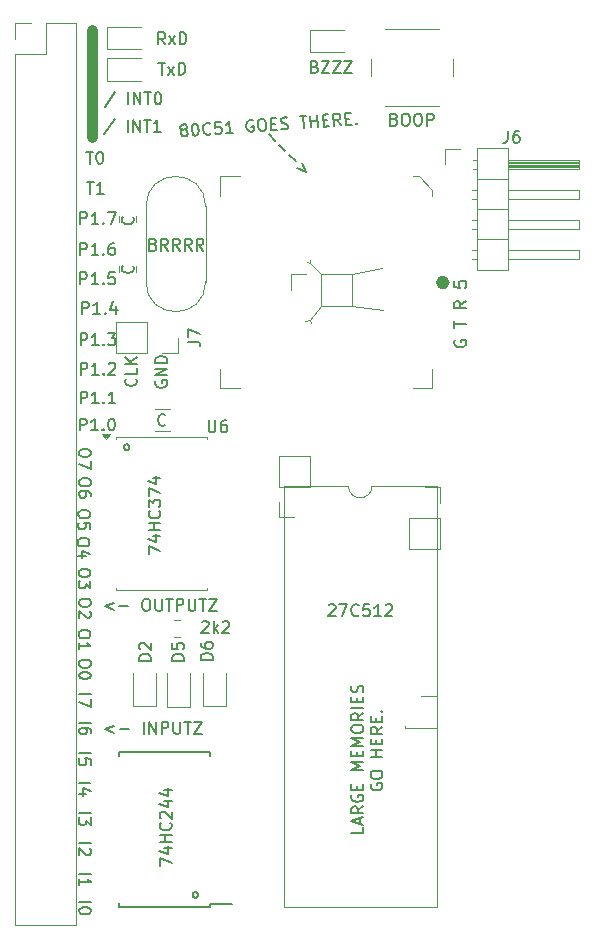
<source format=gbr>
%TF.GenerationSoftware,KiCad,Pcbnew,8.0.6+1*%
%TF.CreationDate,2024-11-21T22:42:01+01:00*%
%TF.ProjectId,8051,38303531-2e6b-4696-9361-645f70636258,rev?*%
%TF.SameCoordinates,Original*%
%TF.FileFunction,Legend,Top*%
%TF.FilePolarity,Positive*%
%FSLAX46Y46*%
G04 Gerber Fmt 4.6, Leading zero omitted, Abs format (unit mm)*
G04 Created by KiCad (PCBNEW 8.0.6+1) date 2024-11-21 22:42:01*
%MOMM*%
%LPD*%
G01*
G04 APERTURE LIST*
%ADD10C,0.120000*%
%ADD11C,0.889000*%
%ADD12C,0.568000*%
%ADD13C,0.150000*%
%ADD14C,0.190500*%
%ADD15C,0.100000*%
G04 APERTURE END LIST*
D10*
X118170000Y-83252000D02*
X120700000Y-82700000D01*
X114600000Y-87100000D02*
X114700000Y-87400000D01*
X115570000Y-85912000D02*
X114600000Y-87100000D01*
X114600000Y-87100000D02*
X114200000Y-87200000D01*
D11*
X96189800Y-62534800D02*
X96189800Y-71628000D01*
D10*
X118200000Y-85900000D02*
X120800000Y-86300000D01*
X114600000Y-82300000D02*
X114600000Y-82000000D01*
X115570000Y-83252000D02*
X114600000Y-82300000D01*
X114600000Y-82300000D02*
X114400000Y-82200000D01*
D12*
X126141000Y-83947000D02*
G75*
G02*
X125573000Y-83947000I-284000J0D01*
G01*
X125573000Y-83947000D02*
G75*
G02*
X126141000Y-83947000I284000J0D01*
G01*
D13*
X95169219Y-81607819D02*
X95169219Y-80607819D01*
X95169219Y-80607819D02*
X95550171Y-80607819D01*
X95550171Y-80607819D02*
X95645409Y-80655438D01*
X95645409Y-80655438D02*
X95693028Y-80703057D01*
X95693028Y-80703057D02*
X95740647Y-80798295D01*
X95740647Y-80798295D02*
X95740647Y-80941152D01*
X95740647Y-80941152D02*
X95693028Y-81036390D01*
X95693028Y-81036390D02*
X95645409Y-81084009D01*
X95645409Y-81084009D02*
X95550171Y-81131628D01*
X95550171Y-81131628D02*
X95169219Y-81131628D01*
X96693028Y-81607819D02*
X96121600Y-81607819D01*
X96407314Y-81607819D02*
X96407314Y-80607819D01*
X96407314Y-80607819D02*
X96312076Y-80750676D01*
X96312076Y-80750676D02*
X96216838Y-80845914D01*
X96216838Y-80845914D02*
X96121600Y-80893533D01*
X97121600Y-81512580D02*
X97169219Y-81560200D01*
X97169219Y-81560200D02*
X97121600Y-81607819D01*
X97121600Y-81607819D02*
X97073981Y-81560200D01*
X97073981Y-81560200D02*
X97121600Y-81512580D01*
X97121600Y-81512580D02*
X97121600Y-81607819D01*
X98026361Y-80607819D02*
X97835885Y-80607819D01*
X97835885Y-80607819D02*
X97740647Y-80655438D01*
X97740647Y-80655438D02*
X97693028Y-80703057D01*
X97693028Y-80703057D02*
X97597790Y-80845914D01*
X97597790Y-80845914D02*
X97550171Y-81036390D01*
X97550171Y-81036390D02*
X97550171Y-81417342D01*
X97550171Y-81417342D02*
X97597790Y-81512580D01*
X97597790Y-81512580D02*
X97645409Y-81560200D01*
X97645409Y-81560200D02*
X97740647Y-81607819D01*
X97740647Y-81607819D02*
X97931123Y-81607819D01*
X97931123Y-81607819D02*
X98026361Y-81560200D01*
X98026361Y-81560200D02*
X98073980Y-81512580D01*
X98073980Y-81512580D02*
X98121599Y-81417342D01*
X98121599Y-81417342D02*
X98121599Y-81179247D01*
X98121599Y-81179247D02*
X98073980Y-81084009D01*
X98073980Y-81084009D02*
X98026361Y-81036390D01*
X98026361Y-81036390D02*
X97931123Y-80988771D01*
X97931123Y-80988771D02*
X97740647Y-80988771D01*
X97740647Y-80988771D02*
X97645409Y-81036390D01*
X97645409Y-81036390D02*
X97597790Y-81084009D01*
X97597790Y-81084009D02*
X97550171Y-81179247D01*
X95194619Y-94180819D02*
X95194619Y-93180819D01*
X95194619Y-93180819D02*
X95575571Y-93180819D01*
X95575571Y-93180819D02*
X95670809Y-93228438D01*
X95670809Y-93228438D02*
X95718428Y-93276057D01*
X95718428Y-93276057D02*
X95766047Y-93371295D01*
X95766047Y-93371295D02*
X95766047Y-93514152D01*
X95766047Y-93514152D02*
X95718428Y-93609390D01*
X95718428Y-93609390D02*
X95670809Y-93657009D01*
X95670809Y-93657009D02*
X95575571Y-93704628D01*
X95575571Y-93704628D02*
X95194619Y-93704628D01*
X96718428Y-94180819D02*
X96147000Y-94180819D01*
X96432714Y-94180819D02*
X96432714Y-93180819D01*
X96432714Y-93180819D02*
X96337476Y-93323676D01*
X96337476Y-93323676D02*
X96242238Y-93418914D01*
X96242238Y-93418914D02*
X96147000Y-93466533D01*
X97147000Y-94085580D02*
X97194619Y-94133200D01*
X97194619Y-94133200D02*
X97147000Y-94180819D01*
X97147000Y-94180819D02*
X97099381Y-94133200D01*
X97099381Y-94133200D02*
X97147000Y-94085580D01*
X97147000Y-94085580D02*
X97147000Y-94180819D01*
X98146999Y-94180819D02*
X97575571Y-94180819D01*
X97861285Y-94180819D02*
X97861285Y-93180819D01*
X97861285Y-93180819D02*
X97766047Y-93323676D01*
X97766047Y-93323676D02*
X97670809Y-93418914D01*
X97670809Y-93418914D02*
X97575571Y-93466533D01*
X115025657Y-65666209D02*
X115168514Y-65713828D01*
X115168514Y-65713828D02*
X115216133Y-65761447D01*
X115216133Y-65761447D02*
X115263752Y-65856685D01*
X115263752Y-65856685D02*
X115263752Y-65999542D01*
X115263752Y-65999542D02*
X115216133Y-66094780D01*
X115216133Y-66094780D02*
X115168514Y-66142400D01*
X115168514Y-66142400D02*
X115073276Y-66190019D01*
X115073276Y-66190019D02*
X114692324Y-66190019D01*
X114692324Y-66190019D02*
X114692324Y-65190019D01*
X114692324Y-65190019D02*
X115025657Y-65190019D01*
X115025657Y-65190019D02*
X115120895Y-65237638D01*
X115120895Y-65237638D02*
X115168514Y-65285257D01*
X115168514Y-65285257D02*
X115216133Y-65380495D01*
X115216133Y-65380495D02*
X115216133Y-65475733D01*
X115216133Y-65475733D02*
X115168514Y-65570971D01*
X115168514Y-65570971D02*
X115120895Y-65618590D01*
X115120895Y-65618590D02*
X115025657Y-65666209D01*
X115025657Y-65666209D02*
X114692324Y-65666209D01*
X115597086Y-65190019D02*
X116263752Y-65190019D01*
X116263752Y-65190019D02*
X115597086Y-66190019D01*
X115597086Y-66190019D02*
X116263752Y-66190019D01*
X116549467Y-65190019D02*
X117216133Y-65190019D01*
X117216133Y-65190019D02*
X116549467Y-66190019D01*
X116549467Y-66190019D02*
X117216133Y-66190019D01*
X117501848Y-65190019D02*
X118168514Y-65190019D01*
X118168514Y-65190019D02*
X117501848Y-66190019D01*
X117501848Y-66190019D02*
X118168514Y-66190019D01*
X102366723Y-95990580D02*
X102319104Y-96038200D01*
X102319104Y-96038200D02*
X102176247Y-96085819D01*
X102176247Y-96085819D02*
X102081009Y-96085819D01*
X102081009Y-96085819D02*
X101938152Y-96038200D01*
X101938152Y-96038200D02*
X101842914Y-95942961D01*
X101842914Y-95942961D02*
X101795295Y-95847723D01*
X101795295Y-95847723D02*
X101747676Y-95657247D01*
X101747676Y-95657247D02*
X101747676Y-95514390D01*
X101747676Y-95514390D02*
X101795295Y-95323914D01*
X101795295Y-95323914D02*
X101842914Y-95228676D01*
X101842914Y-95228676D02*
X101938152Y-95133438D01*
X101938152Y-95133438D02*
X102081009Y-95085819D01*
X102081009Y-95085819D02*
X102176247Y-95085819D01*
X102176247Y-95085819D02*
X102319104Y-95133438D01*
X102319104Y-95133438D02*
X102366723Y-95181057D01*
X116206924Y-111284657D02*
X116254543Y-111237038D01*
X116254543Y-111237038D02*
X116349781Y-111189419D01*
X116349781Y-111189419D02*
X116587876Y-111189419D01*
X116587876Y-111189419D02*
X116683114Y-111237038D01*
X116683114Y-111237038D02*
X116730733Y-111284657D01*
X116730733Y-111284657D02*
X116778352Y-111379895D01*
X116778352Y-111379895D02*
X116778352Y-111475133D01*
X116778352Y-111475133D02*
X116730733Y-111617990D01*
X116730733Y-111617990D02*
X116159305Y-112189419D01*
X116159305Y-112189419D02*
X116778352Y-112189419D01*
X117111686Y-111189419D02*
X117778352Y-111189419D01*
X117778352Y-111189419D02*
X117349781Y-112189419D01*
X118730733Y-112094180D02*
X118683114Y-112141800D01*
X118683114Y-112141800D02*
X118540257Y-112189419D01*
X118540257Y-112189419D02*
X118445019Y-112189419D01*
X118445019Y-112189419D02*
X118302162Y-112141800D01*
X118302162Y-112141800D02*
X118206924Y-112046561D01*
X118206924Y-112046561D02*
X118159305Y-111951323D01*
X118159305Y-111951323D02*
X118111686Y-111760847D01*
X118111686Y-111760847D02*
X118111686Y-111617990D01*
X118111686Y-111617990D02*
X118159305Y-111427514D01*
X118159305Y-111427514D02*
X118206924Y-111332276D01*
X118206924Y-111332276D02*
X118302162Y-111237038D01*
X118302162Y-111237038D02*
X118445019Y-111189419D01*
X118445019Y-111189419D02*
X118540257Y-111189419D01*
X118540257Y-111189419D02*
X118683114Y-111237038D01*
X118683114Y-111237038D02*
X118730733Y-111284657D01*
X119635495Y-111189419D02*
X119159305Y-111189419D01*
X119159305Y-111189419D02*
X119111686Y-111665609D01*
X119111686Y-111665609D02*
X119159305Y-111617990D01*
X119159305Y-111617990D02*
X119254543Y-111570371D01*
X119254543Y-111570371D02*
X119492638Y-111570371D01*
X119492638Y-111570371D02*
X119587876Y-111617990D01*
X119587876Y-111617990D02*
X119635495Y-111665609D01*
X119635495Y-111665609D02*
X119683114Y-111760847D01*
X119683114Y-111760847D02*
X119683114Y-111998942D01*
X119683114Y-111998942D02*
X119635495Y-112094180D01*
X119635495Y-112094180D02*
X119587876Y-112141800D01*
X119587876Y-112141800D02*
X119492638Y-112189419D01*
X119492638Y-112189419D02*
X119254543Y-112189419D01*
X119254543Y-112189419D02*
X119159305Y-112141800D01*
X119159305Y-112141800D02*
X119111686Y-112094180D01*
X120635495Y-112189419D02*
X120064067Y-112189419D01*
X120349781Y-112189419D02*
X120349781Y-111189419D01*
X120349781Y-111189419D02*
X120254543Y-111332276D01*
X120254543Y-111332276D02*
X120159305Y-111427514D01*
X120159305Y-111427514D02*
X120064067Y-111475133D01*
X121016448Y-111284657D02*
X121064067Y-111237038D01*
X121064067Y-111237038D02*
X121159305Y-111189419D01*
X121159305Y-111189419D02*
X121397400Y-111189419D01*
X121397400Y-111189419D02*
X121492638Y-111237038D01*
X121492638Y-111237038D02*
X121540257Y-111284657D01*
X121540257Y-111284657D02*
X121587876Y-111379895D01*
X121587876Y-111379895D02*
X121587876Y-111475133D01*
X121587876Y-111475133D02*
X121540257Y-111617990D01*
X121540257Y-111617990D02*
X120968829Y-112189419D01*
X120968829Y-112189419D02*
X121587876Y-112189419D01*
X96074580Y-116116171D02*
X96074580Y-116306647D01*
X96074580Y-116306647D02*
X96026961Y-116401885D01*
X96026961Y-116401885D02*
X95931723Y-116497123D01*
X95931723Y-116497123D02*
X95741247Y-116544742D01*
X95741247Y-116544742D02*
X95407914Y-116544742D01*
X95407914Y-116544742D02*
X95217438Y-116497123D01*
X95217438Y-116497123D02*
X95122200Y-116401885D01*
X95122200Y-116401885D02*
X95074580Y-116306647D01*
X95074580Y-116306647D02*
X95074580Y-116116171D01*
X95074580Y-116116171D02*
X95122200Y-116020933D01*
X95122200Y-116020933D02*
X95217438Y-115925695D01*
X95217438Y-115925695D02*
X95407914Y-115878076D01*
X95407914Y-115878076D02*
X95741247Y-115878076D01*
X95741247Y-115878076D02*
X95931723Y-115925695D01*
X95931723Y-115925695D02*
X96026961Y-116020933D01*
X96026961Y-116020933D02*
X96074580Y-116116171D01*
X96074580Y-117163790D02*
X96074580Y-117259028D01*
X96074580Y-117259028D02*
X96026961Y-117354266D01*
X96026961Y-117354266D02*
X95979342Y-117401885D01*
X95979342Y-117401885D02*
X95884104Y-117449504D01*
X95884104Y-117449504D02*
X95693628Y-117497123D01*
X95693628Y-117497123D02*
X95455533Y-117497123D01*
X95455533Y-117497123D02*
X95265057Y-117449504D01*
X95265057Y-117449504D02*
X95169819Y-117401885D01*
X95169819Y-117401885D02*
X95122200Y-117354266D01*
X95122200Y-117354266D02*
X95074580Y-117259028D01*
X95074580Y-117259028D02*
X95074580Y-117163790D01*
X95074580Y-117163790D02*
X95122200Y-117068552D01*
X95122200Y-117068552D02*
X95169819Y-117020933D01*
X95169819Y-117020933D02*
X95265057Y-116973314D01*
X95265057Y-116973314D02*
X95455533Y-116925695D01*
X95455533Y-116925695D02*
X95693628Y-116925695D01*
X95693628Y-116925695D02*
X95884104Y-116973314D01*
X95884104Y-116973314D02*
X95979342Y-117020933D01*
X95979342Y-117020933D02*
X96026961Y-117068552D01*
X96026961Y-117068552D02*
X96074580Y-117163790D01*
X95074580Y-131426010D02*
X96074580Y-131426010D01*
X95979342Y-131854581D02*
X96026961Y-131902200D01*
X96026961Y-131902200D02*
X96074580Y-131997438D01*
X96074580Y-131997438D02*
X96074580Y-132235533D01*
X96074580Y-132235533D02*
X96026961Y-132330771D01*
X96026961Y-132330771D02*
X95979342Y-132378390D01*
X95979342Y-132378390D02*
X95884104Y-132426009D01*
X95884104Y-132426009D02*
X95788866Y-132426009D01*
X95788866Y-132426009D02*
X95646009Y-132378390D01*
X95646009Y-132378390D02*
X95074580Y-131806962D01*
X95074580Y-131806962D02*
X95074580Y-132426009D01*
X96074580Y-110959971D02*
X96074580Y-111150447D01*
X96074580Y-111150447D02*
X96026961Y-111245685D01*
X96026961Y-111245685D02*
X95931723Y-111340923D01*
X95931723Y-111340923D02*
X95741247Y-111388542D01*
X95741247Y-111388542D02*
X95407914Y-111388542D01*
X95407914Y-111388542D02*
X95217438Y-111340923D01*
X95217438Y-111340923D02*
X95122200Y-111245685D01*
X95122200Y-111245685D02*
X95074580Y-111150447D01*
X95074580Y-111150447D02*
X95074580Y-110959971D01*
X95074580Y-110959971D02*
X95122200Y-110864733D01*
X95122200Y-110864733D02*
X95217438Y-110769495D01*
X95217438Y-110769495D02*
X95407914Y-110721876D01*
X95407914Y-110721876D02*
X95741247Y-110721876D01*
X95741247Y-110721876D02*
X95931723Y-110769495D01*
X95931723Y-110769495D02*
X96026961Y-110864733D01*
X96026961Y-110864733D02*
X96074580Y-110959971D01*
X95979342Y-111769495D02*
X96026961Y-111817114D01*
X96026961Y-111817114D02*
X96074580Y-111912352D01*
X96074580Y-111912352D02*
X96074580Y-112150447D01*
X96074580Y-112150447D02*
X96026961Y-112245685D01*
X96026961Y-112245685D02*
X95979342Y-112293304D01*
X95979342Y-112293304D02*
X95884104Y-112340923D01*
X95884104Y-112340923D02*
X95788866Y-112340923D01*
X95788866Y-112340923D02*
X95646009Y-112293304D01*
X95646009Y-112293304D02*
X95074580Y-111721876D01*
X95074580Y-111721876D02*
X95074580Y-112340923D01*
X101572664Y-92277291D02*
X101525045Y-92372529D01*
X101525045Y-92372529D02*
X101525045Y-92515386D01*
X101525045Y-92515386D02*
X101572664Y-92658243D01*
X101572664Y-92658243D02*
X101667902Y-92753481D01*
X101667902Y-92753481D02*
X101763140Y-92801100D01*
X101763140Y-92801100D02*
X101953616Y-92848719D01*
X101953616Y-92848719D02*
X102096473Y-92848719D01*
X102096473Y-92848719D02*
X102286949Y-92801100D01*
X102286949Y-92801100D02*
X102382187Y-92753481D01*
X102382187Y-92753481D02*
X102477426Y-92658243D01*
X102477426Y-92658243D02*
X102525045Y-92515386D01*
X102525045Y-92515386D02*
X102525045Y-92420148D01*
X102525045Y-92420148D02*
X102477426Y-92277291D01*
X102477426Y-92277291D02*
X102429806Y-92229672D01*
X102429806Y-92229672D02*
X102096473Y-92229672D01*
X102096473Y-92229672D02*
X102096473Y-92420148D01*
X102525045Y-91801100D02*
X101525045Y-91801100D01*
X101525045Y-91801100D02*
X102525045Y-91229672D01*
X102525045Y-91229672D02*
X101525045Y-91229672D01*
X102525045Y-90753481D02*
X101525045Y-90753481D01*
X101525045Y-90753481D02*
X101525045Y-90515386D01*
X101525045Y-90515386D02*
X101572664Y-90372529D01*
X101572664Y-90372529D02*
X101667902Y-90277291D01*
X101667902Y-90277291D02*
X101763140Y-90229672D01*
X101763140Y-90229672D02*
X101953616Y-90182053D01*
X101953616Y-90182053D02*
X102096473Y-90182053D01*
X102096473Y-90182053D02*
X102286949Y-90229672D01*
X102286949Y-90229672D02*
X102382187Y-90277291D01*
X102382187Y-90277291D02*
X102477426Y-90372529D01*
X102477426Y-90372529D02*
X102525045Y-90515386D01*
X102525045Y-90515386D02*
X102525045Y-90753481D01*
X95023780Y-126346010D02*
X96023780Y-126346010D01*
X95690447Y-127250771D02*
X95023780Y-127250771D01*
X96071400Y-127012676D02*
X95357114Y-126774581D01*
X95357114Y-126774581D02*
X95357114Y-127393628D01*
X102350961Y-63777019D02*
X102017628Y-63300828D01*
X101779533Y-63777019D02*
X101779533Y-62777019D01*
X101779533Y-62777019D02*
X102160485Y-62777019D01*
X102160485Y-62777019D02*
X102255723Y-62824638D01*
X102255723Y-62824638D02*
X102303342Y-62872257D01*
X102303342Y-62872257D02*
X102350961Y-62967495D01*
X102350961Y-62967495D02*
X102350961Y-63110352D01*
X102350961Y-63110352D02*
X102303342Y-63205590D01*
X102303342Y-63205590D02*
X102255723Y-63253209D01*
X102255723Y-63253209D02*
X102160485Y-63300828D01*
X102160485Y-63300828D02*
X101779533Y-63300828D01*
X102684295Y-63777019D02*
X103208104Y-63110352D01*
X102684295Y-63110352D02*
X103208104Y-63777019D01*
X103589057Y-63777019D02*
X103589057Y-62777019D01*
X103589057Y-62777019D02*
X103827152Y-62777019D01*
X103827152Y-62777019D02*
X103970009Y-62824638D01*
X103970009Y-62824638D02*
X104065247Y-62919876D01*
X104065247Y-62919876D02*
X104112866Y-63015114D01*
X104112866Y-63015114D02*
X104160485Y-63205590D01*
X104160485Y-63205590D02*
X104160485Y-63348447D01*
X104160485Y-63348447D02*
X104112866Y-63538923D01*
X104112866Y-63538923D02*
X104065247Y-63634161D01*
X104065247Y-63634161D02*
X103970009Y-63729400D01*
X103970009Y-63729400D02*
X103827152Y-63777019D01*
X103827152Y-63777019D02*
X103589057Y-63777019D01*
X95194619Y-89253219D02*
X95194619Y-88253219D01*
X95194619Y-88253219D02*
X95575571Y-88253219D01*
X95575571Y-88253219D02*
X95670809Y-88300838D01*
X95670809Y-88300838D02*
X95718428Y-88348457D01*
X95718428Y-88348457D02*
X95766047Y-88443695D01*
X95766047Y-88443695D02*
X95766047Y-88586552D01*
X95766047Y-88586552D02*
X95718428Y-88681790D01*
X95718428Y-88681790D02*
X95670809Y-88729409D01*
X95670809Y-88729409D02*
X95575571Y-88777028D01*
X95575571Y-88777028D02*
X95194619Y-88777028D01*
X96718428Y-89253219D02*
X96147000Y-89253219D01*
X96432714Y-89253219D02*
X96432714Y-88253219D01*
X96432714Y-88253219D02*
X96337476Y-88396076D01*
X96337476Y-88396076D02*
X96242238Y-88491314D01*
X96242238Y-88491314D02*
X96147000Y-88538933D01*
X97147000Y-89157980D02*
X97194619Y-89205600D01*
X97194619Y-89205600D02*
X97147000Y-89253219D01*
X97147000Y-89253219D02*
X97099381Y-89205600D01*
X97099381Y-89205600D02*
X97147000Y-89157980D01*
X97147000Y-89157980D02*
X97147000Y-89253219D01*
X97527952Y-88253219D02*
X98146999Y-88253219D01*
X98146999Y-88253219D02*
X97813666Y-88634171D01*
X97813666Y-88634171D02*
X97956523Y-88634171D01*
X97956523Y-88634171D02*
X98051761Y-88681790D01*
X98051761Y-88681790D02*
X98099380Y-88729409D01*
X98099380Y-88729409D02*
X98146999Y-88824647D01*
X98146999Y-88824647D02*
X98146999Y-89062742D01*
X98146999Y-89062742D02*
X98099380Y-89157980D01*
X98099380Y-89157980D02*
X98051761Y-89205600D01*
X98051761Y-89205600D02*
X97956523Y-89253219D01*
X97956523Y-89253219D02*
X97670809Y-89253219D01*
X97670809Y-89253219D02*
X97575571Y-89205600D01*
X97575571Y-89205600D02*
X97527952Y-89157980D01*
X100953219Y-106893904D02*
X100953219Y-106227238D01*
X100953219Y-106227238D02*
X101953219Y-106655809D01*
X101286552Y-105417714D02*
X101953219Y-105417714D01*
X100905600Y-105655809D02*
X101619885Y-105893904D01*
X101619885Y-105893904D02*
X101619885Y-105274857D01*
X101953219Y-104893904D02*
X100953219Y-104893904D01*
X101429409Y-104893904D02*
X101429409Y-104322476D01*
X101953219Y-104322476D02*
X100953219Y-104322476D01*
X101857980Y-103274857D02*
X101905600Y-103322476D01*
X101905600Y-103322476D02*
X101953219Y-103465333D01*
X101953219Y-103465333D02*
X101953219Y-103560571D01*
X101953219Y-103560571D02*
X101905600Y-103703428D01*
X101905600Y-103703428D02*
X101810361Y-103798666D01*
X101810361Y-103798666D02*
X101715123Y-103846285D01*
X101715123Y-103846285D02*
X101524647Y-103893904D01*
X101524647Y-103893904D02*
X101381790Y-103893904D01*
X101381790Y-103893904D02*
X101191314Y-103846285D01*
X101191314Y-103846285D02*
X101096076Y-103798666D01*
X101096076Y-103798666D02*
X101000838Y-103703428D01*
X101000838Y-103703428D02*
X100953219Y-103560571D01*
X100953219Y-103560571D02*
X100953219Y-103465333D01*
X100953219Y-103465333D02*
X101000838Y-103322476D01*
X101000838Y-103322476D02*
X101048457Y-103274857D01*
X100953219Y-102941523D02*
X100953219Y-102322476D01*
X100953219Y-102322476D02*
X101334171Y-102655809D01*
X101334171Y-102655809D02*
X101334171Y-102512952D01*
X101334171Y-102512952D02*
X101381790Y-102417714D01*
X101381790Y-102417714D02*
X101429409Y-102370095D01*
X101429409Y-102370095D02*
X101524647Y-102322476D01*
X101524647Y-102322476D02*
X101762742Y-102322476D01*
X101762742Y-102322476D02*
X101857980Y-102370095D01*
X101857980Y-102370095D02*
X101905600Y-102417714D01*
X101905600Y-102417714D02*
X101953219Y-102512952D01*
X101953219Y-102512952D02*
X101953219Y-102798666D01*
X101953219Y-102798666D02*
X101905600Y-102893904D01*
X101905600Y-102893904D02*
X101857980Y-102941523D01*
X100953219Y-101989142D02*
X100953219Y-101322476D01*
X100953219Y-101322476D02*
X101953219Y-101751047D01*
X101286552Y-100512952D02*
X101953219Y-100512952D01*
X100905600Y-100751047D02*
X101619885Y-100989142D01*
X101619885Y-100989142D02*
X101619885Y-100370095D01*
X95049180Y-118827610D02*
X96049180Y-118827610D01*
X96049180Y-119208562D02*
X96049180Y-119875228D01*
X96049180Y-119875228D02*
X95049180Y-119446657D01*
X95143819Y-96466819D02*
X95143819Y-95466819D01*
X95143819Y-95466819D02*
X95524771Y-95466819D01*
X95524771Y-95466819D02*
X95620009Y-95514438D01*
X95620009Y-95514438D02*
X95667628Y-95562057D01*
X95667628Y-95562057D02*
X95715247Y-95657295D01*
X95715247Y-95657295D02*
X95715247Y-95800152D01*
X95715247Y-95800152D02*
X95667628Y-95895390D01*
X95667628Y-95895390D02*
X95620009Y-95943009D01*
X95620009Y-95943009D02*
X95524771Y-95990628D01*
X95524771Y-95990628D02*
X95143819Y-95990628D01*
X96667628Y-96466819D02*
X96096200Y-96466819D01*
X96381914Y-96466819D02*
X96381914Y-95466819D01*
X96381914Y-95466819D02*
X96286676Y-95609676D01*
X96286676Y-95609676D02*
X96191438Y-95704914D01*
X96191438Y-95704914D02*
X96096200Y-95752533D01*
X97096200Y-96371580D02*
X97143819Y-96419200D01*
X97143819Y-96419200D02*
X97096200Y-96466819D01*
X97096200Y-96466819D02*
X97048581Y-96419200D01*
X97048581Y-96419200D02*
X97096200Y-96371580D01*
X97096200Y-96371580D02*
X97096200Y-96466819D01*
X97762866Y-95466819D02*
X97858104Y-95466819D01*
X97858104Y-95466819D02*
X97953342Y-95514438D01*
X97953342Y-95514438D02*
X98000961Y-95562057D01*
X98000961Y-95562057D02*
X98048580Y-95657295D01*
X98048580Y-95657295D02*
X98096199Y-95847771D01*
X98096199Y-95847771D02*
X98096199Y-96085866D01*
X98096199Y-96085866D02*
X98048580Y-96276342D01*
X98048580Y-96276342D02*
X98000961Y-96371580D01*
X98000961Y-96371580D02*
X97953342Y-96419200D01*
X97953342Y-96419200D02*
X97858104Y-96466819D01*
X97858104Y-96466819D02*
X97762866Y-96466819D01*
X97762866Y-96466819D02*
X97667628Y-96419200D01*
X97667628Y-96419200D02*
X97620009Y-96371580D01*
X97620009Y-96371580D02*
X97572390Y-96276342D01*
X97572390Y-96276342D02*
X97524771Y-96085866D01*
X97524771Y-96085866D02*
X97524771Y-95847771D01*
X97524771Y-95847771D02*
X97572390Y-95657295D01*
X97572390Y-95657295D02*
X97620009Y-95562057D01*
X97620009Y-95562057D02*
X97667628Y-95514438D01*
X97667628Y-95514438D02*
X97762866Y-95466819D01*
X95169219Y-84097019D02*
X95169219Y-83097019D01*
X95169219Y-83097019D02*
X95550171Y-83097019D01*
X95550171Y-83097019D02*
X95645409Y-83144638D01*
X95645409Y-83144638D02*
X95693028Y-83192257D01*
X95693028Y-83192257D02*
X95740647Y-83287495D01*
X95740647Y-83287495D02*
X95740647Y-83430352D01*
X95740647Y-83430352D02*
X95693028Y-83525590D01*
X95693028Y-83525590D02*
X95645409Y-83573209D01*
X95645409Y-83573209D02*
X95550171Y-83620828D01*
X95550171Y-83620828D02*
X95169219Y-83620828D01*
X96693028Y-84097019D02*
X96121600Y-84097019D01*
X96407314Y-84097019D02*
X96407314Y-83097019D01*
X96407314Y-83097019D02*
X96312076Y-83239876D01*
X96312076Y-83239876D02*
X96216838Y-83335114D01*
X96216838Y-83335114D02*
X96121600Y-83382733D01*
X97121600Y-84001780D02*
X97169219Y-84049400D01*
X97169219Y-84049400D02*
X97121600Y-84097019D01*
X97121600Y-84097019D02*
X97073981Y-84049400D01*
X97073981Y-84049400D02*
X97121600Y-84001780D01*
X97121600Y-84001780D02*
X97121600Y-84097019D01*
X98073980Y-83097019D02*
X97597790Y-83097019D01*
X97597790Y-83097019D02*
X97550171Y-83573209D01*
X97550171Y-83573209D02*
X97597790Y-83525590D01*
X97597790Y-83525590D02*
X97693028Y-83477971D01*
X97693028Y-83477971D02*
X97931123Y-83477971D01*
X97931123Y-83477971D02*
X98026361Y-83525590D01*
X98026361Y-83525590D02*
X98073980Y-83573209D01*
X98073980Y-83573209D02*
X98121599Y-83668447D01*
X98121599Y-83668447D02*
X98121599Y-83906542D01*
X98121599Y-83906542D02*
X98073980Y-84001780D01*
X98073980Y-84001780D02*
X98026361Y-84049400D01*
X98026361Y-84049400D02*
X97931123Y-84097019D01*
X97931123Y-84097019D02*
X97693028Y-84097019D01*
X97693028Y-84097019D02*
X97597790Y-84049400D01*
X97597790Y-84049400D02*
X97550171Y-84001780D01*
X96023780Y-108445371D02*
X96023780Y-108635847D01*
X96023780Y-108635847D02*
X95976161Y-108731085D01*
X95976161Y-108731085D02*
X95880923Y-108826323D01*
X95880923Y-108826323D02*
X95690447Y-108873942D01*
X95690447Y-108873942D02*
X95357114Y-108873942D01*
X95357114Y-108873942D02*
X95166638Y-108826323D01*
X95166638Y-108826323D02*
X95071400Y-108731085D01*
X95071400Y-108731085D02*
X95023780Y-108635847D01*
X95023780Y-108635847D02*
X95023780Y-108445371D01*
X95023780Y-108445371D02*
X95071400Y-108350133D01*
X95071400Y-108350133D02*
X95166638Y-108254895D01*
X95166638Y-108254895D02*
X95357114Y-108207276D01*
X95357114Y-108207276D02*
X95690447Y-108207276D01*
X95690447Y-108207276D02*
X95880923Y-108254895D01*
X95880923Y-108254895D02*
X95976161Y-108350133D01*
X95976161Y-108350133D02*
X96023780Y-108445371D01*
X96023780Y-109207276D02*
X96023780Y-109826323D01*
X96023780Y-109826323D02*
X95642828Y-109492990D01*
X95642828Y-109492990D02*
X95642828Y-109635847D01*
X95642828Y-109635847D02*
X95595209Y-109731085D01*
X95595209Y-109731085D02*
X95547590Y-109778704D01*
X95547590Y-109778704D02*
X95452352Y-109826323D01*
X95452352Y-109826323D02*
X95214257Y-109826323D01*
X95214257Y-109826323D02*
X95119019Y-109778704D01*
X95119019Y-109778704D02*
X95071400Y-109731085D01*
X95071400Y-109731085D02*
X95023780Y-109635847D01*
X95023780Y-109635847D02*
X95023780Y-109350133D01*
X95023780Y-109350133D02*
X95071400Y-109254895D01*
X95071400Y-109254895D02*
X95119019Y-109207276D01*
X95099980Y-133991410D02*
X96099980Y-133991410D01*
X95099980Y-134991409D02*
X95099980Y-134419981D01*
X95099980Y-134705695D02*
X96099980Y-134705695D01*
X96099980Y-134705695D02*
X95957123Y-134610457D01*
X95957123Y-134610457D02*
X95861885Y-134515219D01*
X95861885Y-134515219D02*
X95814266Y-134419981D01*
X95049180Y-123806010D02*
X96049180Y-123806010D01*
X96049180Y-124758390D02*
X96049180Y-124282200D01*
X96049180Y-124282200D02*
X95572990Y-124234581D01*
X95572990Y-124234581D02*
X95620609Y-124282200D01*
X95620609Y-124282200D02*
X95668228Y-124377438D01*
X95668228Y-124377438D02*
X95668228Y-124615533D01*
X95668228Y-124615533D02*
X95620609Y-124710771D01*
X95620609Y-124710771D02*
X95572990Y-124758390D01*
X95572990Y-124758390D02*
X95477752Y-124806009D01*
X95477752Y-124806009D02*
X95239657Y-124806009D01*
X95239657Y-124806009D02*
X95144419Y-124758390D01*
X95144419Y-124758390D02*
X95096800Y-124710771D01*
X95096800Y-124710771D02*
X95049180Y-124615533D01*
X95049180Y-124615533D02*
X95049180Y-124377438D01*
X95049180Y-124377438D02*
X95096800Y-124282200D01*
X95096800Y-124282200D02*
X95144419Y-124234581D01*
X101893019Y-133309904D02*
X101893019Y-132643238D01*
X101893019Y-132643238D02*
X102893019Y-133071809D01*
X102226352Y-131833714D02*
X102893019Y-131833714D01*
X101845400Y-132071809D02*
X102559685Y-132309904D01*
X102559685Y-132309904D02*
X102559685Y-131690857D01*
X102893019Y-131309904D02*
X101893019Y-131309904D01*
X102369209Y-131309904D02*
X102369209Y-130738476D01*
X102893019Y-130738476D02*
X101893019Y-130738476D01*
X102797780Y-129690857D02*
X102845400Y-129738476D01*
X102845400Y-129738476D02*
X102893019Y-129881333D01*
X102893019Y-129881333D02*
X102893019Y-129976571D01*
X102893019Y-129976571D02*
X102845400Y-130119428D01*
X102845400Y-130119428D02*
X102750161Y-130214666D01*
X102750161Y-130214666D02*
X102654923Y-130262285D01*
X102654923Y-130262285D02*
X102464447Y-130309904D01*
X102464447Y-130309904D02*
X102321590Y-130309904D01*
X102321590Y-130309904D02*
X102131114Y-130262285D01*
X102131114Y-130262285D02*
X102035876Y-130214666D01*
X102035876Y-130214666D02*
X101940638Y-130119428D01*
X101940638Y-130119428D02*
X101893019Y-129976571D01*
X101893019Y-129976571D02*
X101893019Y-129881333D01*
X101893019Y-129881333D02*
X101940638Y-129738476D01*
X101940638Y-129738476D02*
X101988257Y-129690857D01*
X101988257Y-129309904D02*
X101940638Y-129262285D01*
X101940638Y-129262285D02*
X101893019Y-129167047D01*
X101893019Y-129167047D02*
X101893019Y-128928952D01*
X101893019Y-128928952D02*
X101940638Y-128833714D01*
X101940638Y-128833714D02*
X101988257Y-128786095D01*
X101988257Y-128786095D02*
X102083495Y-128738476D01*
X102083495Y-128738476D02*
X102178733Y-128738476D01*
X102178733Y-128738476D02*
X102321590Y-128786095D01*
X102321590Y-128786095D02*
X102893019Y-129357523D01*
X102893019Y-129357523D02*
X102893019Y-128738476D01*
X102226352Y-127881333D02*
X102893019Y-127881333D01*
X101845400Y-128119428D02*
X102559685Y-128357523D01*
X102559685Y-128357523D02*
X102559685Y-127738476D01*
X102226352Y-126928952D02*
X102893019Y-126928952D01*
X101845400Y-127167047D02*
X102559685Y-127405142D01*
X102559685Y-127405142D02*
X102559685Y-126786095D01*
X95998380Y-103466971D02*
X95998380Y-103657447D01*
X95998380Y-103657447D02*
X95950761Y-103752685D01*
X95950761Y-103752685D02*
X95855523Y-103847923D01*
X95855523Y-103847923D02*
X95665047Y-103895542D01*
X95665047Y-103895542D02*
X95331714Y-103895542D01*
X95331714Y-103895542D02*
X95141238Y-103847923D01*
X95141238Y-103847923D02*
X95046000Y-103752685D01*
X95046000Y-103752685D02*
X94998380Y-103657447D01*
X94998380Y-103657447D02*
X94998380Y-103466971D01*
X94998380Y-103466971D02*
X95046000Y-103371733D01*
X95046000Y-103371733D02*
X95141238Y-103276495D01*
X95141238Y-103276495D02*
X95331714Y-103228876D01*
X95331714Y-103228876D02*
X95665047Y-103228876D01*
X95665047Y-103228876D02*
X95855523Y-103276495D01*
X95855523Y-103276495D02*
X95950761Y-103371733D01*
X95950761Y-103371733D02*
X95998380Y-103466971D01*
X95998380Y-104800304D02*
X95998380Y-104324114D01*
X95998380Y-104324114D02*
X95522190Y-104276495D01*
X95522190Y-104276495D02*
X95569809Y-104324114D01*
X95569809Y-104324114D02*
X95617428Y-104419352D01*
X95617428Y-104419352D02*
X95617428Y-104657447D01*
X95617428Y-104657447D02*
X95569809Y-104752685D01*
X95569809Y-104752685D02*
X95522190Y-104800304D01*
X95522190Y-104800304D02*
X95426952Y-104847923D01*
X95426952Y-104847923D02*
X95188857Y-104847923D01*
X95188857Y-104847923D02*
X95093619Y-104800304D01*
X95093619Y-104800304D02*
X95046000Y-104752685D01*
X95046000Y-104752685D02*
X94998380Y-104657447D01*
X94998380Y-104657447D02*
X94998380Y-104419352D01*
X94998380Y-104419352D02*
X95046000Y-104324114D01*
X95046000Y-104324114D02*
X95093619Y-104276495D01*
X99597380Y-78379676D02*
X99645000Y-78427295D01*
X99645000Y-78427295D02*
X99692619Y-78570152D01*
X99692619Y-78570152D02*
X99692619Y-78665390D01*
X99692619Y-78665390D02*
X99645000Y-78808247D01*
X99645000Y-78808247D02*
X99549761Y-78903485D01*
X99549761Y-78903485D02*
X99454523Y-78951104D01*
X99454523Y-78951104D02*
X99264047Y-78998723D01*
X99264047Y-78998723D02*
X99121190Y-78998723D01*
X99121190Y-78998723D02*
X98930714Y-78951104D01*
X98930714Y-78951104D02*
X98835476Y-78903485D01*
X98835476Y-78903485D02*
X98740238Y-78808247D01*
X98740238Y-78808247D02*
X98692619Y-78665390D01*
X98692619Y-78665390D02*
X98692619Y-78570152D01*
X98692619Y-78570152D02*
X98740238Y-78427295D01*
X98740238Y-78427295D02*
X98787857Y-78379676D01*
X95321619Y-86586219D02*
X95321619Y-85586219D01*
X95321619Y-85586219D02*
X95702571Y-85586219D01*
X95702571Y-85586219D02*
X95797809Y-85633838D01*
X95797809Y-85633838D02*
X95845428Y-85681457D01*
X95845428Y-85681457D02*
X95893047Y-85776695D01*
X95893047Y-85776695D02*
X95893047Y-85919552D01*
X95893047Y-85919552D02*
X95845428Y-86014790D01*
X95845428Y-86014790D02*
X95797809Y-86062409D01*
X95797809Y-86062409D02*
X95702571Y-86110028D01*
X95702571Y-86110028D02*
X95321619Y-86110028D01*
X96845428Y-86586219D02*
X96274000Y-86586219D01*
X96559714Y-86586219D02*
X96559714Y-85586219D01*
X96559714Y-85586219D02*
X96464476Y-85729076D01*
X96464476Y-85729076D02*
X96369238Y-85824314D01*
X96369238Y-85824314D02*
X96274000Y-85871933D01*
X97274000Y-86490980D02*
X97321619Y-86538600D01*
X97321619Y-86538600D02*
X97274000Y-86586219D01*
X97274000Y-86586219D02*
X97226381Y-86538600D01*
X97226381Y-86538600D02*
X97274000Y-86490980D01*
X97274000Y-86490980D02*
X97274000Y-86586219D01*
X98178761Y-85919552D02*
X98178761Y-86586219D01*
X97940666Y-85538600D02*
X97702571Y-86252885D01*
X97702571Y-86252885D02*
X98321618Y-86252885D01*
X96074580Y-100774571D02*
X96074580Y-100965047D01*
X96074580Y-100965047D02*
X96026961Y-101060285D01*
X96026961Y-101060285D02*
X95931723Y-101155523D01*
X95931723Y-101155523D02*
X95741247Y-101203142D01*
X95741247Y-101203142D02*
X95407914Y-101203142D01*
X95407914Y-101203142D02*
X95217438Y-101155523D01*
X95217438Y-101155523D02*
X95122200Y-101060285D01*
X95122200Y-101060285D02*
X95074580Y-100965047D01*
X95074580Y-100965047D02*
X95074580Y-100774571D01*
X95074580Y-100774571D02*
X95122200Y-100679333D01*
X95122200Y-100679333D02*
X95217438Y-100584095D01*
X95217438Y-100584095D02*
X95407914Y-100536476D01*
X95407914Y-100536476D02*
X95741247Y-100536476D01*
X95741247Y-100536476D02*
X95931723Y-100584095D01*
X95931723Y-100584095D02*
X96026961Y-100679333D01*
X96026961Y-100679333D02*
X96074580Y-100774571D01*
X96074580Y-102060285D02*
X96074580Y-101869809D01*
X96074580Y-101869809D02*
X96026961Y-101774571D01*
X96026961Y-101774571D02*
X95979342Y-101726952D01*
X95979342Y-101726952D02*
X95836485Y-101631714D01*
X95836485Y-101631714D02*
X95646009Y-101584095D01*
X95646009Y-101584095D02*
X95265057Y-101584095D01*
X95265057Y-101584095D02*
X95169819Y-101631714D01*
X95169819Y-101631714D02*
X95122200Y-101679333D01*
X95122200Y-101679333D02*
X95074580Y-101774571D01*
X95074580Y-101774571D02*
X95074580Y-101965047D01*
X95074580Y-101965047D02*
X95122200Y-102060285D01*
X95122200Y-102060285D02*
X95169819Y-102107904D01*
X95169819Y-102107904D02*
X95265057Y-102155523D01*
X95265057Y-102155523D02*
X95503152Y-102155523D01*
X95503152Y-102155523D02*
X95598390Y-102107904D01*
X95598390Y-102107904D02*
X95646009Y-102060285D01*
X95646009Y-102060285D02*
X95693628Y-101965047D01*
X95693628Y-101965047D02*
X95693628Y-101774571D01*
X95693628Y-101774571D02*
X95646009Y-101679333D01*
X95646009Y-101679333D02*
X95598390Y-101631714D01*
X95598390Y-101631714D02*
X95503152Y-101584095D01*
X95732695Y-75426219D02*
X96304123Y-75426219D01*
X96018409Y-76426219D02*
X96018409Y-75426219D01*
X97161266Y-76426219D02*
X96589838Y-76426219D01*
X96875552Y-76426219D02*
X96875552Y-75426219D01*
X96875552Y-75426219D02*
X96780314Y-75569076D01*
X96780314Y-75569076D02*
X96685076Y-75664314D01*
X96685076Y-75664314D02*
X96589838Y-75711933D01*
X95049180Y-128860610D02*
X96049180Y-128860610D01*
X96049180Y-129241562D02*
X96049180Y-129860609D01*
X96049180Y-129860609D02*
X95668228Y-129527276D01*
X95668228Y-129527276D02*
X95668228Y-129670133D01*
X95668228Y-129670133D02*
X95620609Y-129765371D01*
X95620609Y-129765371D02*
X95572990Y-129812990D01*
X95572990Y-129812990D02*
X95477752Y-129860609D01*
X95477752Y-129860609D02*
X95239657Y-129860609D01*
X95239657Y-129860609D02*
X95144419Y-129812990D01*
X95144419Y-129812990D02*
X95096800Y-129765371D01*
X95096800Y-129765371D02*
X95049180Y-129670133D01*
X95049180Y-129670133D02*
X95049180Y-129384419D01*
X95049180Y-129384419D02*
X95096800Y-129289181D01*
X95096800Y-129289181D02*
X95144419Y-129241562D01*
X95194619Y-91742419D02*
X95194619Y-90742419D01*
X95194619Y-90742419D02*
X95575571Y-90742419D01*
X95575571Y-90742419D02*
X95670809Y-90790038D01*
X95670809Y-90790038D02*
X95718428Y-90837657D01*
X95718428Y-90837657D02*
X95766047Y-90932895D01*
X95766047Y-90932895D02*
X95766047Y-91075752D01*
X95766047Y-91075752D02*
X95718428Y-91170990D01*
X95718428Y-91170990D02*
X95670809Y-91218609D01*
X95670809Y-91218609D02*
X95575571Y-91266228D01*
X95575571Y-91266228D02*
X95194619Y-91266228D01*
X96718428Y-91742419D02*
X96147000Y-91742419D01*
X96432714Y-91742419D02*
X96432714Y-90742419D01*
X96432714Y-90742419D02*
X96337476Y-90885276D01*
X96337476Y-90885276D02*
X96242238Y-90980514D01*
X96242238Y-90980514D02*
X96147000Y-91028133D01*
X97147000Y-91647180D02*
X97194619Y-91694800D01*
X97194619Y-91694800D02*
X97147000Y-91742419D01*
X97147000Y-91742419D02*
X97099381Y-91694800D01*
X97099381Y-91694800D02*
X97147000Y-91647180D01*
X97147000Y-91647180D02*
X97147000Y-91742419D01*
X97575571Y-90837657D02*
X97623190Y-90790038D01*
X97623190Y-90790038D02*
X97718428Y-90742419D01*
X97718428Y-90742419D02*
X97956523Y-90742419D01*
X97956523Y-90742419D02*
X98051761Y-90790038D01*
X98051761Y-90790038D02*
X98099380Y-90837657D01*
X98099380Y-90837657D02*
X98146999Y-90932895D01*
X98146999Y-90932895D02*
X98146999Y-91028133D01*
X98146999Y-91028133D02*
X98099380Y-91170990D01*
X98099380Y-91170990D02*
X97527952Y-91742419D01*
X97527952Y-91742419D02*
X98146999Y-91742419D01*
X95947580Y-105854571D02*
X95947580Y-106045047D01*
X95947580Y-106045047D02*
X95899961Y-106140285D01*
X95899961Y-106140285D02*
X95804723Y-106235523D01*
X95804723Y-106235523D02*
X95614247Y-106283142D01*
X95614247Y-106283142D02*
X95280914Y-106283142D01*
X95280914Y-106283142D02*
X95090438Y-106235523D01*
X95090438Y-106235523D02*
X94995200Y-106140285D01*
X94995200Y-106140285D02*
X94947580Y-106045047D01*
X94947580Y-106045047D02*
X94947580Y-105854571D01*
X94947580Y-105854571D02*
X94995200Y-105759333D01*
X94995200Y-105759333D02*
X95090438Y-105664095D01*
X95090438Y-105664095D02*
X95280914Y-105616476D01*
X95280914Y-105616476D02*
X95614247Y-105616476D01*
X95614247Y-105616476D02*
X95804723Y-105664095D01*
X95804723Y-105664095D02*
X95899961Y-105759333D01*
X95899961Y-105759333D02*
X95947580Y-105854571D01*
X95614247Y-107140285D02*
X94947580Y-107140285D01*
X95995200Y-106902190D02*
X95280914Y-106664095D01*
X95280914Y-106664095D02*
X95280914Y-107283142D01*
X95074580Y-136429810D02*
X96074580Y-136429810D01*
X96074580Y-137096476D02*
X96074580Y-137191714D01*
X96074580Y-137191714D02*
X96026961Y-137286952D01*
X96026961Y-137286952D02*
X95979342Y-137334571D01*
X95979342Y-137334571D02*
X95884104Y-137382190D01*
X95884104Y-137382190D02*
X95693628Y-137429809D01*
X95693628Y-137429809D02*
X95455533Y-137429809D01*
X95455533Y-137429809D02*
X95265057Y-137382190D01*
X95265057Y-137382190D02*
X95169819Y-137334571D01*
X95169819Y-137334571D02*
X95122200Y-137286952D01*
X95122200Y-137286952D02*
X95074580Y-137191714D01*
X95074580Y-137191714D02*
X95074580Y-137096476D01*
X95074580Y-137096476D02*
X95122200Y-137001238D01*
X95122200Y-137001238D02*
X95169819Y-136953619D01*
X95169819Y-136953619D02*
X95265057Y-136906000D01*
X95265057Y-136906000D02*
X95455533Y-136858381D01*
X95455533Y-136858381D02*
X95693628Y-136858381D01*
X95693628Y-136858381D02*
X95884104Y-136906000D01*
X95884104Y-136906000D02*
X95979342Y-136953619D01*
X95979342Y-136953619D02*
X96026961Y-137001238D01*
X96026961Y-137001238D02*
X96074580Y-137096476D01*
X98058696Y-121479552D02*
X97296791Y-121765266D01*
X97296791Y-121765266D02*
X98058696Y-122050980D01*
X98534886Y-121765266D02*
X99296791Y-121765266D01*
X100534886Y-122146219D02*
X100534886Y-121146219D01*
X101011076Y-122146219D02*
X101011076Y-121146219D01*
X101011076Y-121146219D02*
X101582504Y-122146219D01*
X101582504Y-122146219D02*
X101582504Y-121146219D01*
X102058695Y-122146219D02*
X102058695Y-121146219D01*
X102058695Y-121146219D02*
X102439647Y-121146219D01*
X102439647Y-121146219D02*
X102534885Y-121193838D01*
X102534885Y-121193838D02*
X102582504Y-121241457D01*
X102582504Y-121241457D02*
X102630123Y-121336695D01*
X102630123Y-121336695D02*
X102630123Y-121479552D01*
X102630123Y-121479552D02*
X102582504Y-121574790D01*
X102582504Y-121574790D02*
X102534885Y-121622409D01*
X102534885Y-121622409D02*
X102439647Y-121670028D01*
X102439647Y-121670028D02*
X102058695Y-121670028D01*
X103058695Y-121146219D02*
X103058695Y-121955742D01*
X103058695Y-121955742D02*
X103106314Y-122050980D01*
X103106314Y-122050980D02*
X103153933Y-122098600D01*
X103153933Y-122098600D02*
X103249171Y-122146219D01*
X103249171Y-122146219D02*
X103439647Y-122146219D01*
X103439647Y-122146219D02*
X103534885Y-122098600D01*
X103534885Y-122098600D02*
X103582504Y-122050980D01*
X103582504Y-122050980D02*
X103630123Y-121955742D01*
X103630123Y-121955742D02*
X103630123Y-121146219D01*
X103963457Y-121146219D02*
X104534885Y-121146219D01*
X104249171Y-122146219D02*
X104249171Y-121146219D01*
X104772981Y-121146219D02*
X105439647Y-121146219D01*
X105439647Y-121146219D02*
X104772981Y-122146219D01*
X104772981Y-122146219D02*
X105439647Y-122146219D01*
X103848898Y-71003900D02*
X103750570Y-70963040D01*
X103750570Y-70963040D02*
X103699746Y-70918859D01*
X103699746Y-70918859D02*
X103645599Y-70827175D01*
X103645599Y-70827175D02*
X103642277Y-70779671D01*
X103642277Y-70779671D02*
X103683137Y-70681344D01*
X103683137Y-70681344D02*
X103727318Y-70630519D01*
X103727318Y-70630519D02*
X103819003Y-70576372D01*
X103819003Y-70576372D02*
X104009015Y-70563085D01*
X104009015Y-70563085D02*
X104107343Y-70603945D01*
X104107343Y-70603945D02*
X104158167Y-70648126D01*
X104158167Y-70648126D02*
X104212314Y-70739811D01*
X104212314Y-70739811D02*
X104215636Y-70787314D01*
X104215636Y-70787314D02*
X104174776Y-70885642D01*
X104174776Y-70885642D02*
X104130595Y-70936466D01*
X104130595Y-70936466D02*
X104038910Y-70990613D01*
X104038910Y-70990613D02*
X103848898Y-71003900D01*
X103848898Y-71003900D02*
X103757214Y-71058046D01*
X103757214Y-71058046D02*
X103713033Y-71108871D01*
X103713033Y-71108871D02*
X103672173Y-71207199D01*
X103672173Y-71207199D02*
X103685460Y-71397211D01*
X103685460Y-71397211D02*
X103739606Y-71488896D01*
X103739606Y-71488896D02*
X103790431Y-71533077D01*
X103790431Y-71533077D02*
X103888759Y-71573936D01*
X103888759Y-71573936D02*
X104078771Y-71560649D01*
X104078771Y-71560649D02*
X104170456Y-71506503D01*
X104170456Y-71506503D02*
X104214637Y-71455678D01*
X104214637Y-71455678D02*
X104255497Y-71357350D01*
X104255497Y-71357350D02*
X104242210Y-71167338D01*
X104242210Y-71167338D02*
X104188063Y-71075654D01*
X104188063Y-71075654D02*
X104137238Y-71031472D01*
X104137238Y-71031472D02*
X104038910Y-70990613D01*
X104816567Y-70506616D02*
X104911573Y-70499972D01*
X104911573Y-70499972D02*
X105009901Y-70540832D01*
X105009901Y-70540832D02*
X105060725Y-70585013D01*
X105060725Y-70585013D02*
X105114872Y-70676698D01*
X105114872Y-70676698D02*
X105175662Y-70863388D01*
X105175662Y-70863388D02*
X105192271Y-71100903D01*
X105192271Y-71100903D02*
X105158055Y-71294237D01*
X105158055Y-71294237D02*
X105117195Y-71392565D01*
X105117195Y-71392565D02*
X105073014Y-71443390D01*
X105073014Y-71443390D02*
X104981329Y-71497536D01*
X104981329Y-71497536D02*
X104886323Y-71504180D01*
X104886323Y-71504180D02*
X104787995Y-71463320D01*
X104787995Y-71463320D02*
X104737171Y-71419139D01*
X104737171Y-71419139D02*
X104683024Y-71327455D01*
X104683024Y-71327455D02*
X104622234Y-71140764D01*
X104622234Y-71140764D02*
X104605625Y-70903249D01*
X104605625Y-70903249D02*
X104639841Y-70709915D01*
X104639841Y-70709915D02*
X104680701Y-70611587D01*
X104680701Y-70611587D02*
X104724882Y-70560762D01*
X104724882Y-70560762D02*
X104816567Y-70506616D01*
X106209765Y-71316165D02*
X106165584Y-71366990D01*
X106165584Y-71366990D02*
X106026396Y-71424458D01*
X106026396Y-71424458D02*
X105931390Y-71431102D01*
X105931390Y-71431102D02*
X105785559Y-71393564D01*
X105785559Y-71393564D02*
X105683910Y-71305201D01*
X105683910Y-71305201D02*
X105629763Y-71213517D01*
X105629763Y-71213517D02*
X105568973Y-71026826D01*
X105568973Y-71026826D02*
X105559008Y-70884317D01*
X105559008Y-70884317D02*
X105593224Y-70690983D01*
X105593224Y-70690983D02*
X105634084Y-70592655D01*
X105634084Y-70592655D02*
X105722446Y-70491006D01*
X105722446Y-70491006D02*
X105861634Y-70433538D01*
X105861634Y-70433538D02*
X105956640Y-70426894D01*
X105956640Y-70426894D02*
X106102471Y-70464432D01*
X106102471Y-70464432D02*
X106153296Y-70508613D01*
X107049210Y-70350494D02*
X106574180Y-70383712D01*
X106574180Y-70383712D02*
X106559894Y-70862064D01*
X106559894Y-70862064D02*
X106604075Y-70811239D01*
X106604075Y-70811239D02*
X106695760Y-70757093D01*
X106695760Y-70757093D02*
X106933275Y-70740484D01*
X106933275Y-70740484D02*
X107031603Y-70781343D01*
X107031603Y-70781343D02*
X107082427Y-70825525D01*
X107082427Y-70825525D02*
X107136574Y-70917209D01*
X107136574Y-70917209D02*
X107153183Y-71154724D01*
X107153183Y-71154724D02*
X107112323Y-71253052D01*
X107112323Y-71253052D02*
X107068142Y-71303877D01*
X107068142Y-71303877D02*
X106976457Y-71358023D01*
X106976457Y-71358023D02*
X106738942Y-71374632D01*
X106738942Y-71374632D02*
X106640614Y-71333773D01*
X106640614Y-71333773D02*
X106589790Y-71289591D01*
X108116531Y-71278302D02*
X107546494Y-71318163D01*
X107831512Y-71298232D02*
X107761756Y-70300668D01*
X107761756Y-70300668D02*
X107676715Y-70449821D01*
X107676715Y-70449821D02*
X107588352Y-70551470D01*
X107588352Y-70551470D02*
X107496668Y-70605617D01*
X109760206Y-70208658D02*
X109661878Y-70167799D01*
X109661878Y-70167799D02*
X109519369Y-70177764D01*
X109519369Y-70177764D02*
X109380182Y-70235232D01*
X109380182Y-70235232D02*
X109291819Y-70336882D01*
X109291819Y-70336882D02*
X109250959Y-70435210D01*
X109250959Y-70435210D02*
X109216743Y-70628543D01*
X109216743Y-70628543D02*
X109226709Y-70771053D01*
X109226709Y-70771053D02*
X109287499Y-70957743D01*
X109287499Y-70957743D02*
X109341645Y-71049427D01*
X109341645Y-71049427D02*
X109443295Y-71137790D01*
X109443295Y-71137790D02*
X109589126Y-71175328D01*
X109589126Y-71175328D02*
X109684132Y-71168684D01*
X109684132Y-71168684D02*
X109823319Y-71111216D01*
X109823319Y-71111216D02*
X109867500Y-71060391D01*
X109867500Y-71060391D02*
X109844248Y-70727870D01*
X109844248Y-70727870D02*
X109654236Y-70741157D01*
X110421927Y-70114651D02*
X110611939Y-70101364D01*
X110611939Y-70101364D02*
X110710267Y-70142224D01*
X110710267Y-70142224D02*
X110811917Y-70230586D01*
X110811917Y-70230586D02*
X110872707Y-70417277D01*
X110872707Y-70417277D02*
X110895959Y-70749798D01*
X110895959Y-70749798D02*
X110861743Y-70943132D01*
X110861743Y-70943132D02*
X110773380Y-71044781D01*
X110773380Y-71044781D02*
X110681696Y-71098928D01*
X110681696Y-71098928D02*
X110491683Y-71112215D01*
X110491683Y-71112215D02*
X110393356Y-71071355D01*
X110393356Y-71071355D02*
X110291706Y-70982993D01*
X110291706Y-70982993D02*
X110230916Y-70796302D01*
X110230916Y-70796302D02*
X110207664Y-70463781D01*
X110207664Y-70463781D02*
X110241880Y-70270447D01*
X110241880Y-70270447D02*
X110330243Y-70168797D01*
X110330243Y-70168797D02*
X110421927Y-70114651D01*
X111310199Y-70529890D02*
X111642721Y-70506638D01*
X111821769Y-71019206D02*
X111346738Y-71052424D01*
X111346738Y-71052424D02*
X111276982Y-70054860D01*
X111276982Y-70054860D02*
X111752012Y-70021642D01*
X112198472Y-70945129D02*
X112344302Y-70982667D01*
X112344302Y-70982667D02*
X112581818Y-70966059D01*
X112581818Y-70966059D02*
X112673502Y-70911912D01*
X112673502Y-70911912D02*
X112717683Y-70861087D01*
X112717683Y-70861087D02*
X112758543Y-70762759D01*
X112758543Y-70762759D02*
X112751899Y-70667753D01*
X112751899Y-70667753D02*
X112697753Y-70576069D01*
X112697753Y-70576069D02*
X112646928Y-70531888D01*
X112646928Y-70531888D02*
X112548600Y-70491028D01*
X112548600Y-70491028D02*
X112355266Y-70456812D01*
X112355266Y-70456812D02*
X112256939Y-70415952D01*
X112256939Y-70415952D02*
X112206114Y-70371771D01*
X112206114Y-70371771D02*
X112151967Y-70280087D01*
X112151967Y-70280087D02*
X112145324Y-70185081D01*
X112145324Y-70185081D02*
X112186183Y-70086753D01*
X112186183Y-70086753D02*
X112230365Y-70035928D01*
X112230365Y-70035928D02*
X112322049Y-69981781D01*
X112322049Y-69981781D02*
X112559564Y-69965173D01*
X112559564Y-69965173D02*
X112705395Y-70002711D01*
X113747141Y-69882129D02*
X114317177Y-69842268D01*
X114101916Y-70859763D02*
X114032159Y-69862199D01*
X114719455Y-70816580D02*
X114649699Y-69819016D01*
X114682916Y-70294047D02*
X115252953Y-70254186D01*
X115289492Y-70776719D02*
X115219736Y-69779155D01*
X115727983Y-70220969D02*
X116060505Y-70197716D01*
X116239553Y-70710285D02*
X115764523Y-70743502D01*
X115764523Y-70743502D02*
X115694766Y-69745938D01*
X115694766Y-69745938D02*
X116169797Y-69712721D01*
X117237117Y-70640528D02*
X116871378Y-70188750D01*
X116667081Y-70680389D02*
X116597324Y-69682825D01*
X116597324Y-69682825D02*
X116977349Y-69656251D01*
X116977349Y-69656251D02*
X117075676Y-69697111D01*
X117075676Y-69697111D02*
X117126501Y-69741292D01*
X117126501Y-69741292D02*
X117180648Y-69832976D01*
X117180648Y-69832976D02*
X117190613Y-69975486D01*
X117190613Y-69975486D02*
X117149753Y-70073813D01*
X117149753Y-70073813D02*
X117105572Y-70124638D01*
X117105572Y-70124638D02*
X117013888Y-70178785D01*
X117013888Y-70178785D02*
X116633863Y-70205359D01*
X117628106Y-70088099D02*
X117960627Y-70064847D01*
X118139675Y-70577415D02*
X117664645Y-70610633D01*
X117664645Y-70610633D02*
X117594888Y-69613069D01*
X117594888Y-69613069D02*
X118069919Y-69579851D01*
X118560559Y-70452514D02*
X118611384Y-70496695D01*
X118611384Y-70496695D02*
X118567203Y-70547520D01*
X118567203Y-70547520D02*
X118516378Y-70503338D01*
X118516378Y-70503338D02*
X118560559Y-70452514D01*
X118560559Y-70452514D02*
X118567203Y-70547520D01*
X111118659Y-71390196D02*
X111657407Y-71928944D01*
X111994125Y-72265661D02*
X112532873Y-72804409D01*
X112869590Y-73141127D02*
X113408338Y-73679875D01*
X113543025Y-74218623D02*
X114283803Y-74555340D01*
X114283803Y-74555340D02*
X113947086Y-73814561D01*
X95681895Y-72886219D02*
X96253323Y-72886219D01*
X95967609Y-73886219D02*
X95967609Y-72886219D01*
X96777133Y-72886219D02*
X96872371Y-72886219D01*
X96872371Y-72886219D02*
X96967609Y-72933838D01*
X96967609Y-72933838D02*
X97015228Y-72981457D01*
X97015228Y-72981457D02*
X97062847Y-73076695D01*
X97062847Y-73076695D02*
X97110466Y-73267171D01*
X97110466Y-73267171D02*
X97110466Y-73505266D01*
X97110466Y-73505266D02*
X97062847Y-73695742D01*
X97062847Y-73695742D02*
X97015228Y-73790980D01*
X97015228Y-73790980D02*
X96967609Y-73838600D01*
X96967609Y-73838600D02*
X96872371Y-73886219D01*
X96872371Y-73886219D02*
X96777133Y-73886219D01*
X96777133Y-73886219D02*
X96681895Y-73838600D01*
X96681895Y-73838600D02*
X96634276Y-73790980D01*
X96634276Y-73790980D02*
X96586657Y-73695742D01*
X96586657Y-73695742D02*
X96539038Y-73505266D01*
X96539038Y-73505266D02*
X96539038Y-73267171D01*
X96539038Y-73267171D02*
X96586657Y-73076695D01*
X96586657Y-73076695D02*
X96634276Y-72981457D01*
X96634276Y-72981457D02*
X96681895Y-72933838D01*
X96681895Y-72933838D02*
X96777133Y-72886219D01*
X99876780Y-92086038D02*
X99924400Y-92133657D01*
X99924400Y-92133657D02*
X99972019Y-92276514D01*
X99972019Y-92276514D02*
X99972019Y-92371752D01*
X99972019Y-92371752D02*
X99924400Y-92514609D01*
X99924400Y-92514609D02*
X99829161Y-92609847D01*
X99829161Y-92609847D02*
X99733923Y-92657466D01*
X99733923Y-92657466D02*
X99543447Y-92705085D01*
X99543447Y-92705085D02*
X99400590Y-92705085D01*
X99400590Y-92705085D02*
X99210114Y-92657466D01*
X99210114Y-92657466D02*
X99114876Y-92609847D01*
X99114876Y-92609847D02*
X99019638Y-92514609D01*
X99019638Y-92514609D02*
X98972019Y-92371752D01*
X98972019Y-92371752D02*
X98972019Y-92276514D01*
X98972019Y-92276514D02*
X99019638Y-92133657D01*
X99019638Y-92133657D02*
X99067257Y-92086038D01*
X99972019Y-91181276D02*
X99972019Y-91657466D01*
X99972019Y-91657466D02*
X98972019Y-91657466D01*
X99972019Y-90847942D02*
X98972019Y-90847942D01*
X99972019Y-90276514D02*
X99400590Y-90705085D01*
X98972019Y-90276514D02*
X99543447Y-90847942D01*
X99597380Y-82519876D02*
X99645000Y-82567495D01*
X99645000Y-82567495D02*
X99692619Y-82710352D01*
X99692619Y-82710352D02*
X99692619Y-82805590D01*
X99692619Y-82805590D02*
X99645000Y-82948447D01*
X99645000Y-82948447D02*
X99549761Y-83043685D01*
X99549761Y-83043685D02*
X99454523Y-83091304D01*
X99454523Y-83091304D02*
X99264047Y-83138923D01*
X99264047Y-83138923D02*
X99121190Y-83138923D01*
X99121190Y-83138923D02*
X98930714Y-83091304D01*
X98930714Y-83091304D02*
X98835476Y-83043685D01*
X98835476Y-83043685D02*
X98740238Y-82948447D01*
X98740238Y-82948447D02*
X98692619Y-82805590D01*
X98692619Y-82805590D02*
X98692619Y-82710352D01*
X98692619Y-82710352D02*
X98740238Y-82567495D01*
X98740238Y-82567495D02*
X98787857Y-82519876D01*
X119131447Y-130071095D02*
X119131447Y-130547285D01*
X119131447Y-130547285D02*
X118131447Y-130547285D01*
X118845732Y-129785380D02*
X118845732Y-129309190D01*
X119131447Y-129880618D02*
X118131447Y-129547285D01*
X118131447Y-129547285D02*
X119131447Y-129213952D01*
X119131447Y-128309190D02*
X118655256Y-128642523D01*
X119131447Y-128880618D02*
X118131447Y-128880618D01*
X118131447Y-128880618D02*
X118131447Y-128499666D01*
X118131447Y-128499666D02*
X118179066Y-128404428D01*
X118179066Y-128404428D02*
X118226685Y-128356809D01*
X118226685Y-128356809D02*
X118321923Y-128309190D01*
X118321923Y-128309190D02*
X118464780Y-128309190D01*
X118464780Y-128309190D02*
X118560018Y-128356809D01*
X118560018Y-128356809D02*
X118607637Y-128404428D01*
X118607637Y-128404428D02*
X118655256Y-128499666D01*
X118655256Y-128499666D02*
X118655256Y-128880618D01*
X118179066Y-127356809D02*
X118131447Y-127452047D01*
X118131447Y-127452047D02*
X118131447Y-127594904D01*
X118131447Y-127594904D02*
X118179066Y-127737761D01*
X118179066Y-127737761D02*
X118274304Y-127832999D01*
X118274304Y-127832999D02*
X118369542Y-127880618D01*
X118369542Y-127880618D02*
X118560018Y-127928237D01*
X118560018Y-127928237D02*
X118702875Y-127928237D01*
X118702875Y-127928237D02*
X118893351Y-127880618D01*
X118893351Y-127880618D02*
X118988589Y-127832999D01*
X118988589Y-127832999D02*
X119083828Y-127737761D01*
X119083828Y-127737761D02*
X119131447Y-127594904D01*
X119131447Y-127594904D02*
X119131447Y-127499666D01*
X119131447Y-127499666D02*
X119083828Y-127356809D01*
X119083828Y-127356809D02*
X119036208Y-127309190D01*
X119036208Y-127309190D02*
X118702875Y-127309190D01*
X118702875Y-127309190D02*
X118702875Y-127499666D01*
X118607637Y-126880618D02*
X118607637Y-126547285D01*
X119131447Y-126404428D02*
X119131447Y-126880618D01*
X119131447Y-126880618D02*
X118131447Y-126880618D01*
X118131447Y-126880618D02*
X118131447Y-126404428D01*
X119131447Y-125213951D02*
X118131447Y-125213951D01*
X118131447Y-125213951D02*
X118845732Y-124880618D01*
X118845732Y-124880618D02*
X118131447Y-124547285D01*
X118131447Y-124547285D02*
X119131447Y-124547285D01*
X118607637Y-124071094D02*
X118607637Y-123737761D01*
X119131447Y-123594904D02*
X119131447Y-124071094D01*
X119131447Y-124071094D02*
X118131447Y-124071094D01*
X118131447Y-124071094D02*
X118131447Y-123594904D01*
X119131447Y-123166332D02*
X118131447Y-123166332D01*
X118131447Y-123166332D02*
X118845732Y-122832999D01*
X118845732Y-122832999D02*
X118131447Y-122499666D01*
X118131447Y-122499666D02*
X119131447Y-122499666D01*
X118131447Y-121832999D02*
X118131447Y-121642523D01*
X118131447Y-121642523D02*
X118179066Y-121547285D01*
X118179066Y-121547285D02*
X118274304Y-121452047D01*
X118274304Y-121452047D02*
X118464780Y-121404428D01*
X118464780Y-121404428D02*
X118798113Y-121404428D01*
X118798113Y-121404428D02*
X118988589Y-121452047D01*
X118988589Y-121452047D02*
X119083828Y-121547285D01*
X119083828Y-121547285D02*
X119131447Y-121642523D01*
X119131447Y-121642523D02*
X119131447Y-121832999D01*
X119131447Y-121832999D02*
X119083828Y-121928237D01*
X119083828Y-121928237D02*
X118988589Y-122023475D01*
X118988589Y-122023475D02*
X118798113Y-122071094D01*
X118798113Y-122071094D02*
X118464780Y-122071094D01*
X118464780Y-122071094D02*
X118274304Y-122023475D01*
X118274304Y-122023475D02*
X118179066Y-121928237D01*
X118179066Y-121928237D02*
X118131447Y-121832999D01*
X119131447Y-120404428D02*
X118655256Y-120737761D01*
X119131447Y-120975856D02*
X118131447Y-120975856D01*
X118131447Y-120975856D02*
X118131447Y-120594904D01*
X118131447Y-120594904D02*
X118179066Y-120499666D01*
X118179066Y-120499666D02*
X118226685Y-120452047D01*
X118226685Y-120452047D02*
X118321923Y-120404428D01*
X118321923Y-120404428D02*
X118464780Y-120404428D01*
X118464780Y-120404428D02*
X118560018Y-120452047D01*
X118560018Y-120452047D02*
X118607637Y-120499666D01*
X118607637Y-120499666D02*
X118655256Y-120594904D01*
X118655256Y-120594904D02*
X118655256Y-120975856D01*
X119131447Y-119975856D02*
X118131447Y-119975856D01*
X118607637Y-119499666D02*
X118607637Y-119166333D01*
X119131447Y-119023476D02*
X119131447Y-119499666D01*
X119131447Y-119499666D02*
X118131447Y-119499666D01*
X118131447Y-119499666D02*
X118131447Y-119023476D01*
X119083828Y-118642523D02*
X119131447Y-118499666D01*
X119131447Y-118499666D02*
X119131447Y-118261571D01*
X119131447Y-118261571D02*
X119083828Y-118166333D01*
X119083828Y-118166333D02*
X119036208Y-118118714D01*
X119036208Y-118118714D02*
X118940970Y-118071095D01*
X118940970Y-118071095D02*
X118845732Y-118071095D01*
X118845732Y-118071095D02*
X118750494Y-118118714D01*
X118750494Y-118118714D02*
X118702875Y-118166333D01*
X118702875Y-118166333D02*
X118655256Y-118261571D01*
X118655256Y-118261571D02*
X118607637Y-118452047D01*
X118607637Y-118452047D02*
X118560018Y-118547285D01*
X118560018Y-118547285D02*
X118512399Y-118594904D01*
X118512399Y-118594904D02*
X118417161Y-118642523D01*
X118417161Y-118642523D02*
X118321923Y-118642523D01*
X118321923Y-118642523D02*
X118226685Y-118594904D01*
X118226685Y-118594904D02*
X118179066Y-118547285D01*
X118179066Y-118547285D02*
X118131447Y-118452047D01*
X118131447Y-118452047D02*
X118131447Y-118213952D01*
X118131447Y-118213952D02*
X118179066Y-118071095D01*
X119789010Y-126380618D02*
X119741391Y-126475856D01*
X119741391Y-126475856D02*
X119741391Y-126618713D01*
X119741391Y-126618713D02*
X119789010Y-126761570D01*
X119789010Y-126761570D02*
X119884248Y-126856808D01*
X119884248Y-126856808D02*
X119979486Y-126904427D01*
X119979486Y-126904427D02*
X120169962Y-126952046D01*
X120169962Y-126952046D02*
X120312819Y-126952046D01*
X120312819Y-126952046D02*
X120503295Y-126904427D01*
X120503295Y-126904427D02*
X120598533Y-126856808D01*
X120598533Y-126856808D02*
X120693772Y-126761570D01*
X120693772Y-126761570D02*
X120741391Y-126618713D01*
X120741391Y-126618713D02*
X120741391Y-126523475D01*
X120741391Y-126523475D02*
X120693772Y-126380618D01*
X120693772Y-126380618D02*
X120646152Y-126332999D01*
X120646152Y-126332999D02*
X120312819Y-126332999D01*
X120312819Y-126332999D02*
X120312819Y-126523475D01*
X119741391Y-125713951D02*
X119741391Y-125523475D01*
X119741391Y-125523475D02*
X119789010Y-125428237D01*
X119789010Y-125428237D02*
X119884248Y-125332999D01*
X119884248Y-125332999D02*
X120074724Y-125285380D01*
X120074724Y-125285380D02*
X120408057Y-125285380D01*
X120408057Y-125285380D02*
X120598533Y-125332999D01*
X120598533Y-125332999D02*
X120693772Y-125428237D01*
X120693772Y-125428237D02*
X120741391Y-125523475D01*
X120741391Y-125523475D02*
X120741391Y-125713951D01*
X120741391Y-125713951D02*
X120693772Y-125809189D01*
X120693772Y-125809189D02*
X120598533Y-125904427D01*
X120598533Y-125904427D02*
X120408057Y-125952046D01*
X120408057Y-125952046D02*
X120074724Y-125952046D01*
X120074724Y-125952046D02*
X119884248Y-125904427D01*
X119884248Y-125904427D02*
X119789010Y-125809189D01*
X119789010Y-125809189D02*
X119741391Y-125713951D01*
X120741391Y-124094903D02*
X119741391Y-124094903D01*
X120217581Y-124094903D02*
X120217581Y-123523475D01*
X120741391Y-123523475D02*
X119741391Y-123523475D01*
X120217581Y-123047284D02*
X120217581Y-122713951D01*
X120741391Y-122571094D02*
X120741391Y-123047284D01*
X120741391Y-123047284D02*
X119741391Y-123047284D01*
X119741391Y-123047284D02*
X119741391Y-122571094D01*
X120741391Y-121571094D02*
X120265200Y-121904427D01*
X120741391Y-122142522D02*
X119741391Y-122142522D01*
X119741391Y-122142522D02*
X119741391Y-121761570D01*
X119741391Y-121761570D02*
X119789010Y-121666332D01*
X119789010Y-121666332D02*
X119836629Y-121618713D01*
X119836629Y-121618713D02*
X119931867Y-121571094D01*
X119931867Y-121571094D02*
X120074724Y-121571094D01*
X120074724Y-121571094D02*
X120169962Y-121618713D01*
X120169962Y-121618713D02*
X120217581Y-121666332D01*
X120217581Y-121666332D02*
X120265200Y-121761570D01*
X120265200Y-121761570D02*
X120265200Y-122142522D01*
X120217581Y-121142522D02*
X120217581Y-120809189D01*
X120741391Y-120666332D02*
X120741391Y-121142522D01*
X120741391Y-121142522D02*
X119741391Y-121142522D01*
X119741391Y-121142522D02*
X119741391Y-120666332D01*
X120646152Y-120237760D02*
X120693772Y-120190141D01*
X120693772Y-120190141D02*
X120741391Y-120237760D01*
X120741391Y-120237760D02*
X120693772Y-120285379D01*
X120693772Y-120285379D02*
X120646152Y-120237760D01*
X120646152Y-120237760D02*
X120741391Y-120237760D01*
X98072771Y-70120800D02*
X97215629Y-71406514D01*
X99168010Y-71168419D02*
X99168010Y-70168419D01*
X99644200Y-71168419D02*
X99644200Y-70168419D01*
X99644200Y-70168419D02*
X100215628Y-71168419D01*
X100215628Y-71168419D02*
X100215628Y-70168419D01*
X100548962Y-70168419D02*
X101120390Y-70168419D01*
X100834676Y-71168419D02*
X100834676Y-70168419D01*
X101977533Y-71168419D02*
X101406105Y-71168419D01*
X101691819Y-71168419D02*
X101691819Y-70168419D01*
X101691819Y-70168419D02*
X101596581Y-70311276D01*
X101596581Y-70311276D02*
X101501343Y-70406514D01*
X101501343Y-70406514D02*
X101406105Y-70454133D01*
X95169219Y-78991619D02*
X95169219Y-77991619D01*
X95169219Y-77991619D02*
X95550171Y-77991619D01*
X95550171Y-77991619D02*
X95645409Y-78039238D01*
X95645409Y-78039238D02*
X95693028Y-78086857D01*
X95693028Y-78086857D02*
X95740647Y-78182095D01*
X95740647Y-78182095D02*
X95740647Y-78324952D01*
X95740647Y-78324952D02*
X95693028Y-78420190D01*
X95693028Y-78420190D02*
X95645409Y-78467809D01*
X95645409Y-78467809D02*
X95550171Y-78515428D01*
X95550171Y-78515428D02*
X95169219Y-78515428D01*
X96693028Y-78991619D02*
X96121600Y-78991619D01*
X96407314Y-78991619D02*
X96407314Y-77991619D01*
X96407314Y-77991619D02*
X96312076Y-78134476D01*
X96312076Y-78134476D02*
X96216838Y-78229714D01*
X96216838Y-78229714D02*
X96121600Y-78277333D01*
X97121600Y-78896380D02*
X97169219Y-78944000D01*
X97169219Y-78944000D02*
X97121600Y-78991619D01*
X97121600Y-78991619D02*
X97073981Y-78944000D01*
X97073981Y-78944000D02*
X97121600Y-78896380D01*
X97121600Y-78896380D02*
X97121600Y-78991619D01*
X97502552Y-77991619D02*
X98169218Y-77991619D01*
X98169218Y-77991619D02*
X97740647Y-78991619D01*
X101347828Y-80728409D02*
X101490685Y-80776028D01*
X101490685Y-80776028D02*
X101538304Y-80823647D01*
X101538304Y-80823647D02*
X101585923Y-80918885D01*
X101585923Y-80918885D02*
X101585923Y-81061742D01*
X101585923Y-81061742D02*
X101538304Y-81156980D01*
X101538304Y-81156980D02*
X101490685Y-81204600D01*
X101490685Y-81204600D02*
X101395447Y-81252219D01*
X101395447Y-81252219D02*
X101014495Y-81252219D01*
X101014495Y-81252219D02*
X101014495Y-80252219D01*
X101014495Y-80252219D02*
X101347828Y-80252219D01*
X101347828Y-80252219D02*
X101443066Y-80299838D01*
X101443066Y-80299838D02*
X101490685Y-80347457D01*
X101490685Y-80347457D02*
X101538304Y-80442695D01*
X101538304Y-80442695D02*
X101538304Y-80537933D01*
X101538304Y-80537933D02*
X101490685Y-80633171D01*
X101490685Y-80633171D02*
X101443066Y-80680790D01*
X101443066Y-80680790D02*
X101347828Y-80728409D01*
X101347828Y-80728409D02*
X101014495Y-80728409D01*
X102585923Y-81252219D02*
X102252590Y-80776028D01*
X102014495Y-81252219D02*
X102014495Y-80252219D01*
X102014495Y-80252219D02*
X102395447Y-80252219D01*
X102395447Y-80252219D02*
X102490685Y-80299838D01*
X102490685Y-80299838D02*
X102538304Y-80347457D01*
X102538304Y-80347457D02*
X102585923Y-80442695D01*
X102585923Y-80442695D02*
X102585923Y-80585552D01*
X102585923Y-80585552D02*
X102538304Y-80680790D01*
X102538304Y-80680790D02*
X102490685Y-80728409D01*
X102490685Y-80728409D02*
X102395447Y-80776028D01*
X102395447Y-80776028D02*
X102014495Y-80776028D01*
X103585923Y-81252219D02*
X103252590Y-80776028D01*
X103014495Y-81252219D02*
X103014495Y-80252219D01*
X103014495Y-80252219D02*
X103395447Y-80252219D01*
X103395447Y-80252219D02*
X103490685Y-80299838D01*
X103490685Y-80299838D02*
X103538304Y-80347457D01*
X103538304Y-80347457D02*
X103585923Y-80442695D01*
X103585923Y-80442695D02*
X103585923Y-80585552D01*
X103585923Y-80585552D02*
X103538304Y-80680790D01*
X103538304Y-80680790D02*
X103490685Y-80728409D01*
X103490685Y-80728409D02*
X103395447Y-80776028D01*
X103395447Y-80776028D02*
X103014495Y-80776028D01*
X104585923Y-81252219D02*
X104252590Y-80776028D01*
X104014495Y-81252219D02*
X104014495Y-80252219D01*
X104014495Y-80252219D02*
X104395447Y-80252219D01*
X104395447Y-80252219D02*
X104490685Y-80299838D01*
X104490685Y-80299838D02*
X104538304Y-80347457D01*
X104538304Y-80347457D02*
X104585923Y-80442695D01*
X104585923Y-80442695D02*
X104585923Y-80585552D01*
X104585923Y-80585552D02*
X104538304Y-80680790D01*
X104538304Y-80680790D02*
X104490685Y-80728409D01*
X104490685Y-80728409D02*
X104395447Y-80776028D01*
X104395447Y-80776028D02*
X104014495Y-80776028D01*
X105585923Y-81252219D02*
X105252590Y-80776028D01*
X105014495Y-81252219D02*
X105014495Y-80252219D01*
X105014495Y-80252219D02*
X105395447Y-80252219D01*
X105395447Y-80252219D02*
X105490685Y-80299838D01*
X105490685Y-80299838D02*
X105538304Y-80347457D01*
X105538304Y-80347457D02*
X105585923Y-80442695D01*
X105585923Y-80442695D02*
X105585923Y-80585552D01*
X105585923Y-80585552D02*
X105538304Y-80680790D01*
X105538304Y-80680790D02*
X105490685Y-80728409D01*
X105490685Y-80728409D02*
X105395447Y-80776028D01*
X105395447Y-80776028D02*
X105014495Y-80776028D01*
X101781124Y-65342419D02*
X102352552Y-65342419D01*
X102066838Y-66342419D02*
X102066838Y-65342419D01*
X102590648Y-66342419D02*
X103114457Y-65675752D01*
X102590648Y-65675752D02*
X103114457Y-66342419D01*
X103495410Y-66342419D02*
X103495410Y-65342419D01*
X103495410Y-65342419D02*
X103733505Y-65342419D01*
X103733505Y-65342419D02*
X103876362Y-65390038D01*
X103876362Y-65390038D02*
X103971600Y-65485276D01*
X103971600Y-65485276D02*
X104019219Y-65580514D01*
X104019219Y-65580514D02*
X104066838Y-65770990D01*
X104066838Y-65770990D02*
X104066838Y-65913847D01*
X104066838Y-65913847D02*
X104019219Y-66104323D01*
X104019219Y-66104323D02*
X103971600Y-66199561D01*
X103971600Y-66199561D02*
X103876362Y-66294800D01*
X103876362Y-66294800D02*
X103733505Y-66342419D01*
X103733505Y-66342419D02*
X103495410Y-66342419D01*
X96049180Y-98285371D02*
X96049180Y-98475847D01*
X96049180Y-98475847D02*
X96001561Y-98571085D01*
X96001561Y-98571085D02*
X95906323Y-98666323D01*
X95906323Y-98666323D02*
X95715847Y-98713942D01*
X95715847Y-98713942D02*
X95382514Y-98713942D01*
X95382514Y-98713942D02*
X95192038Y-98666323D01*
X95192038Y-98666323D02*
X95096800Y-98571085D01*
X95096800Y-98571085D02*
X95049180Y-98475847D01*
X95049180Y-98475847D02*
X95049180Y-98285371D01*
X95049180Y-98285371D02*
X95096800Y-98190133D01*
X95096800Y-98190133D02*
X95192038Y-98094895D01*
X95192038Y-98094895D02*
X95382514Y-98047276D01*
X95382514Y-98047276D02*
X95715847Y-98047276D01*
X95715847Y-98047276D02*
X95906323Y-98094895D01*
X95906323Y-98094895D02*
X96001561Y-98190133D01*
X96001561Y-98190133D02*
X96049180Y-98285371D01*
X96049180Y-99047276D02*
X96049180Y-99713942D01*
X96049180Y-99713942D02*
X95049180Y-99285371D01*
X98001629Y-111065552D02*
X97239724Y-111351266D01*
X97239724Y-111351266D02*
X98001629Y-111636980D01*
X98477819Y-111351266D02*
X99239724Y-111351266D01*
X100668295Y-110732219D02*
X100858771Y-110732219D01*
X100858771Y-110732219D02*
X100954009Y-110779838D01*
X100954009Y-110779838D02*
X101049247Y-110875076D01*
X101049247Y-110875076D02*
X101096866Y-111065552D01*
X101096866Y-111065552D02*
X101096866Y-111398885D01*
X101096866Y-111398885D02*
X101049247Y-111589361D01*
X101049247Y-111589361D02*
X100954009Y-111684600D01*
X100954009Y-111684600D02*
X100858771Y-111732219D01*
X100858771Y-111732219D02*
X100668295Y-111732219D01*
X100668295Y-111732219D02*
X100573057Y-111684600D01*
X100573057Y-111684600D02*
X100477819Y-111589361D01*
X100477819Y-111589361D02*
X100430200Y-111398885D01*
X100430200Y-111398885D02*
X100430200Y-111065552D01*
X100430200Y-111065552D02*
X100477819Y-110875076D01*
X100477819Y-110875076D02*
X100573057Y-110779838D01*
X100573057Y-110779838D02*
X100668295Y-110732219D01*
X101525438Y-110732219D02*
X101525438Y-111541742D01*
X101525438Y-111541742D02*
X101573057Y-111636980D01*
X101573057Y-111636980D02*
X101620676Y-111684600D01*
X101620676Y-111684600D02*
X101715914Y-111732219D01*
X101715914Y-111732219D02*
X101906390Y-111732219D01*
X101906390Y-111732219D02*
X102001628Y-111684600D01*
X102001628Y-111684600D02*
X102049247Y-111636980D01*
X102049247Y-111636980D02*
X102096866Y-111541742D01*
X102096866Y-111541742D02*
X102096866Y-110732219D01*
X102430200Y-110732219D02*
X103001628Y-110732219D01*
X102715914Y-111732219D02*
X102715914Y-110732219D01*
X103334962Y-111732219D02*
X103334962Y-110732219D01*
X103334962Y-110732219D02*
X103715914Y-110732219D01*
X103715914Y-110732219D02*
X103811152Y-110779838D01*
X103811152Y-110779838D02*
X103858771Y-110827457D01*
X103858771Y-110827457D02*
X103906390Y-110922695D01*
X103906390Y-110922695D02*
X103906390Y-111065552D01*
X103906390Y-111065552D02*
X103858771Y-111160790D01*
X103858771Y-111160790D02*
X103811152Y-111208409D01*
X103811152Y-111208409D02*
X103715914Y-111256028D01*
X103715914Y-111256028D02*
X103334962Y-111256028D01*
X104334962Y-110732219D02*
X104334962Y-111541742D01*
X104334962Y-111541742D02*
X104382581Y-111636980D01*
X104382581Y-111636980D02*
X104430200Y-111684600D01*
X104430200Y-111684600D02*
X104525438Y-111732219D01*
X104525438Y-111732219D02*
X104715914Y-111732219D01*
X104715914Y-111732219D02*
X104811152Y-111684600D01*
X104811152Y-111684600D02*
X104858771Y-111636980D01*
X104858771Y-111636980D02*
X104906390Y-111541742D01*
X104906390Y-111541742D02*
X104906390Y-110732219D01*
X105239724Y-110732219D02*
X105811152Y-110732219D01*
X105525438Y-111732219D02*
X105525438Y-110732219D01*
X106049248Y-110732219D02*
X106715914Y-110732219D01*
X106715914Y-110732219D02*
X106049248Y-111732219D01*
X106049248Y-111732219D02*
X106715914Y-111732219D01*
D14*
X99045571Y-98142609D02*
X98973000Y-98106324D01*
X98973000Y-98106324D02*
X98936714Y-98070038D01*
X98936714Y-98070038D02*
X98900428Y-97997466D01*
X98900428Y-97997466D02*
X98900428Y-97779752D01*
X98900428Y-97779752D02*
X98936714Y-97707181D01*
X98936714Y-97707181D02*
X98973000Y-97670895D01*
X98973000Y-97670895D02*
X99045571Y-97634609D01*
X99045571Y-97634609D02*
X99154428Y-97634609D01*
X99154428Y-97634609D02*
X99227000Y-97670895D01*
X99227000Y-97670895D02*
X99263286Y-97707181D01*
X99263286Y-97707181D02*
X99299571Y-97779752D01*
X99299571Y-97779752D02*
X99299571Y-97997466D01*
X99299571Y-97997466D02*
X99263286Y-98070038D01*
X99263286Y-98070038D02*
X99227000Y-98106324D01*
X99227000Y-98106324D02*
X99154428Y-98142609D01*
X99154428Y-98142609D02*
X99045571Y-98142609D01*
D13*
X96023780Y-113626971D02*
X96023780Y-113817447D01*
X96023780Y-113817447D02*
X95976161Y-113912685D01*
X95976161Y-113912685D02*
X95880923Y-114007923D01*
X95880923Y-114007923D02*
X95690447Y-114055542D01*
X95690447Y-114055542D02*
X95357114Y-114055542D01*
X95357114Y-114055542D02*
X95166638Y-114007923D01*
X95166638Y-114007923D02*
X95071400Y-113912685D01*
X95071400Y-113912685D02*
X95023780Y-113817447D01*
X95023780Y-113817447D02*
X95023780Y-113626971D01*
X95023780Y-113626971D02*
X95071400Y-113531733D01*
X95071400Y-113531733D02*
X95166638Y-113436495D01*
X95166638Y-113436495D02*
X95357114Y-113388876D01*
X95357114Y-113388876D02*
X95690447Y-113388876D01*
X95690447Y-113388876D02*
X95880923Y-113436495D01*
X95880923Y-113436495D02*
X95976161Y-113531733D01*
X95976161Y-113531733D02*
X96023780Y-113626971D01*
X95023780Y-115007923D02*
X95023780Y-114436495D01*
X95023780Y-114722209D02*
X96023780Y-114722209D01*
X96023780Y-114722209D02*
X95880923Y-114626971D01*
X95880923Y-114626971D02*
X95785685Y-114531733D01*
X95785685Y-114531733D02*
X95738066Y-114436495D01*
X126883438Y-88852095D02*
X126835819Y-88947333D01*
X126835819Y-88947333D02*
X126835819Y-89090190D01*
X126835819Y-89090190D02*
X126883438Y-89233047D01*
X126883438Y-89233047D02*
X126978676Y-89328285D01*
X126978676Y-89328285D02*
X127073914Y-89375904D01*
X127073914Y-89375904D02*
X127264390Y-89423523D01*
X127264390Y-89423523D02*
X127407247Y-89423523D01*
X127407247Y-89423523D02*
X127597723Y-89375904D01*
X127597723Y-89375904D02*
X127692961Y-89328285D01*
X127692961Y-89328285D02*
X127788200Y-89233047D01*
X127788200Y-89233047D02*
X127835819Y-89090190D01*
X127835819Y-89090190D02*
X127835819Y-88994952D01*
X127835819Y-88994952D02*
X127788200Y-88852095D01*
X127788200Y-88852095D02*
X127740580Y-88804476D01*
X127740580Y-88804476D02*
X127407247Y-88804476D01*
X127407247Y-88804476D02*
X127407247Y-88994952D01*
X126835819Y-87756856D02*
X126835819Y-87185428D01*
X127835819Y-87471142D02*
X126835819Y-87471142D01*
X127835819Y-85518761D02*
X127359628Y-85852094D01*
X127835819Y-86090189D02*
X126835819Y-86090189D01*
X126835819Y-86090189D02*
X126835819Y-85709237D01*
X126835819Y-85709237D02*
X126883438Y-85613999D01*
X126883438Y-85613999D02*
X126931057Y-85566380D01*
X126931057Y-85566380D02*
X127026295Y-85518761D01*
X127026295Y-85518761D02*
X127169152Y-85518761D01*
X127169152Y-85518761D02*
X127264390Y-85566380D01*
X127264390Y-85566380D02*
X127312009Y-85613999D01*
X127312009Y-85613999D02*
X127359628Y-85709237D01*
X127359628Y-85709237D02*
X127359628Y-86090189D01*
X126835819Y-83852094D02*
X126835819Y-84328284D01*
X126835819Y-84328284D02*
X127312009Y-84375903D01*
X127312009Y-84375903D02*
X127264390Y-84328284D01*
X127264390Y-84328284D02*
X127216771Y-84233046D01*
X127216771Y-84233046D02*
X127216771Y-83994951D01*
X127216771Y-83994951D02*
X127264390Y-83899713D01*
X127264390Y-83899713D02*
X127312009Y-83852094D01*
X127312009Y-83852094D02*
X127407247Y-83804475D01*
X127407247Y-83804475D02*
X127645342Y-83804475D01*
X127645342Y-83804475D02*
X127740580Y-83852094D01*
X127740580Y-83852094D02*
X127788200Y-83899713D01*
X127788200Y-83899713D02*
X127835819Y-83994951D01*
X127835819Y-83994951D02*
X127835819Y-84233046D01*
X127835819Y-84233046D02*
X127788200Y-84328284D01*
X127788200Y-84328284D02*
X127740580Y-84375903D01*
X98123571Y-67809400D02*
X97266429Y-69095114D01*
X99218810Y-68857019D02*
X99218810Y-67857019D01*
X99695000Y-68857019D02*
X99695000Y-67857019D01*
X99695000Y-67857019D02*
X100266428Y-68857019D01*
X100266428Y-68857019D02*
X100266428Y-67857019D01*
X100599762Y-67857019D02*
X101171190Y-67857019D01*
X100885476Y-68857019D02*
X100885476Y-67857019D01*
X101695000Y-67857019D02*
X101790238Y-67857019D01*
X101790238Y-67857019D02*
X101885476Y-67904638D01*
X101885476Y-67904638D02*
X101933095Y-67952257D01*
X101933095Y-67952257D02*
X101980714Y-68047495D01*
X101980714Y-68047495D02*
X102028333Y-68237971D01*
X102028333Y-68237971D02*
X102028333Y-68476066D01*
X102028333Y-68476066D02*
X101980714Y-68666542D01*
X101980714Y-68666542D02*
X101933095Y-68761780D01*
X101933095Y-68761780D02*
X101885476Y-68809400D01*
X101885476Y-68809400D02*
X101790238Y-68857019D01*
X101790238Y-68857019D02*
X101695000Y-68857019D01*
X101695000Y-68857019D02*
X101599762Y-68809400D01*
X101599762Y-68809400D02*
X101552143Y-68761780D01*
X101552143Y-68761780D02*
X101504524Y-68666542D01*
X101504524Y-68666542D02*
X101456905Y-68476066D01*
X101456905Y-68476066D02*
X101456905Y-68237971D01*
X101456905Y-68237971D02*
X101504524Y-68047495D01*
X101504524Y-68047495D02*
X101552143Y-67952257D01*
X101552143Y-67952257D02*
X101599762Y-67904638D01*
X101599762Y-67904638D02*
X101695000Y-67857019D01*
X95099980Y-121215210D02*
X96099980Y-121215210D01*
X96099980Y-122119971D02*
X96099980Y-121929495D01*
X96099980Y-121929495D02*
X96052361Y-121834257D01*
X96052361Y-121834257D02*
X96004742Y-121786638D01*
X96004742Y-121786638D02*
X95861885Y-121691400D01*
X95861885Y-121691400D02*
X95671409Y-121643781D01*
X95671409Y-121643781D02*
X95290457Y-121643781D01*
X95290457Y-121643781D02*
X95195219Y-121691400D01*
X95195219Y-121691400D02*
X95147600Y-121739019D01*
X95147600Y-121739019D02*
X95099980Y-121834257D01*
X95099980Y-121834257D02*
X95099980Y-122024733D01*
X95099980Y-122024733D02*
X95147600Y-122119971D01*
X95147600Y-122119971D02*
X95195219Y-122167590D01*
X95195219Y-122167590D02*
X95290457Y-122215209D01*
X95290457Y-122215209D02*
X95528552Y-122215209D01*
X95528552Y-122215209D02*
X95623790Y-122167590D01*
X95623790Y-122167590D02*
X95671409Y-122119971D01*
X95671409Y-122119971D02*
X95719028Y-122024733D01*
X95719028Y-122024733D02*
X95719028Y-121834257D01*
X95719028Y-121834257D02*
X95671409Y-121739019D01*
X95671409Y-121739019D02*
X95623790Y-121691400D01*
X95623790Y-121691400D02*
X95528552Y-121643781D01*
X121764609Y-70136609D02*
X121907466Y-70184228D01*
X121907466Y-70184228D02*
X121955085Y-70231847D01*
X121955085Y-70231847D02*
X122002704Y-70327085D01*
X122002704Y-70327085D02*
X122002704Y-70469942D01*
X122002704Y-70469942D02*
X121955085Y-70565180D01*
X121955085Y-70565180D02*
X121907466Y-70612800D01*
X121907466Y-70612800D02*
X121812228Y-70660419D01*
X121812228Y-70660419D02*
X121431276Y-70660419D01*
X121431276Y-70660419D02*
X121431276Y-69660419D01*
X121431276Y-69660419D02*
X121764609Y-69660419D01*
X121764609Y-69660419D02*
X121859847Y-69708038D01*
X121859847Y-69708038D02*
X121907466Y-69755657D01*
X121907466Y-69755657D02*
X121955085Y-69850895D01*
X121955085Y-69850895D02*
X121955085Y-69946133D01*
X121955085Y-69946133D02*
X121907466Y-70041371D01*
X121907466Y-70041371D02*
X121859847Y-70088990D01*
X121859847Y-70088990D02*
X121764609Y-70136609D01*
X121764609Y-70136609D02*
X121431276Y-70136609D01*
X122621752Y-69660419D02*
X122812228Y-69660419D01*
X122812228Y-69660419D02*
X122907466Y-69708038D01*
X122907466Y-69708038D02*
X123002704Y-69803276D01*
X123002704Y-69803276D02*
X123050323Y-69993752D01*
X123050323Y-69993752D02*
X123050323Y-70327085D01*
X123050323Y-70327085D02*
X123002704Y-70517561D01*
X123002704Y-70517561D02*
X122907466Y-70612800D01*
X122907466Y-70612800D02*
X122812228Y-70660419D01*
X122812228Y-70660419D02*
X122621752Y-70660419D01*
X122621752Y-70660419D02*
X122526514Y-70612800D01*
X122526514Y-70612800D02*
X122431276Y-70517561D01*
X122431276Y-70517561D02*
X122383657Y-70327085D01*
X122383657Y-70327085D02*
X122383657Y-69993752D01*
X122383657Y-69993752D02*
X122431276Y-69803276D01*
X122431276Y-69803276D02*
X122526514Y-69708038D01*
X122526514Y-69708038D02*
X122621752Y-69660419D01*
X123669371Y-69660419D02*
X123859847Y-69660419D01*
X123859847Y-69660419D02*
X123955085Y-69708038D01*
X123955085Y-69708038D02*
X124050323Y-69803276D01*
X124050323Y-69803276D02*
X124097942Y-69993752D01*
X124097942Y-69993752D02*
X124097942Y-70327085D01*
X124097942Y-70327085D02*
X124050323Y-70517561D01*
X124050323Y-70517561D02*
X123955085Y-70612800D01*
X123955085Y-70612800D02*
X123859847Y-70660419D01*
X123859847Y-70660419D02*
X123669371Y-70660419D01*
X123669371Y-70660419D02*
X123574133Y-70612800D01*
X123574133Y-70612800D02*
X123478895Y-70517561D01*
X123478895Y-70517561D02*
X123431276Y-70327085D01*
X123431276Y-70327085D02*
X123431276Y-69993752D01*
X123431276Y-69993752D02*
X123478895Y-69803276D01*
X123478895Y-69803276D02*
X123574133Y-69708038D01*
X123574133Y-69708038D02*
X123669371Y-69660419D01*
X124526514Y-70660419D02*
X124526514Y-69660419D01*
X124526514Y-69660419D02*
X124907466Y-69660419D01*
X124907466Y-69660419D02*
X125002704Y-69708038D01*
X125002704Y-69708038D02*
X125050323Y-69755657D01*
X125050323Y-69755657D02*
X125097942Y-69850895D01*
X125097942Y-69850895D02*
X125097942Y-69993752D01*
X125097942Y-69993752D02*
X125050323Y-70088990D01*
X125050323Y-70088990D02*
X125002704Y-70136609D01*
X125002704Y-70136609D02*
X124907466Y-70184228D01*
X124907466Y-70184228D02*
X124526514Y-70184228D01*
X105462533Y-112707057D02*
X105510152Y-112659438D01*
X105510152Y-112659438D02*
X105605390Y-112611819D01*
X105605390Y-112611819D02*
X105843485Y-112611819D01*
X105843485Y-112611819D02*
X105938723Y-112659438D01*
X105938723Y-112659438D02*
X105986342Y-112707057D01*
X105986342Y-112707057D02*
X106033961Y-112802295D01*
X106033961Y-112802295D02*
X106033961Y-112897533D01*
X106033961Y-112897533D02*
X105986342Y-113040390D01*
X105986342Y-113040390D02*
X105414914Y-113611819D01*
X105414914Y-113611819D02*
X106033961Y-113611819D01*
X106462533Y-113611819D02*
X106462533Y-112611819D01*
X106557771Y-113230866D02*
X106843485Y-113611819D01*
X106843485Y-112945152D02*
X106462533Y-113326104D01*
X107224438Y-112707057D02*
X107272057Y-112659438D01*
X107272057Y-112659438D02*
X107367295Y-112611819D01*
X107367295Y-112611819D02*
X107605390Y-112611819D01*
X107605390Y-112611819D02*
X107700628Y-112659438D01*
X107700628Y-112659438D02*
X107748247Y-112707057D01*
X107748247Y-112707057D02*
X107795866Y-112802295D01*
X107795866Y-112802295D02*
X107795866Y-112897533D01*
X107795866Y-112897533D02*
X107748247Y-113040390D01*
X107748247Y-113040390D02*
X107176819Y-113611819D01*
X107176819Y-113611819D02*
X107795866Y-113611819D01*
D14*
X104845571Y-136042609D02*
X104773000Y-136006324D01*
X104773000Y-136006324D02*
X104736714Y-135970038D01*
X104736714Y-135970038D02*
X104700428Y-135897466D01*
X104700428Y-135897466D02*
X104700428Y-135679752D01*
X104700428Y-135679752D02*
X104736714Y-135607181D01*
X104736714Y-135607181D02*
X104773000Y-135570895D01*
X104773000Y-135570895D02*
X104845571Y-135534609D01*
X104845571Y-135534609D02*
X104954428Y-135534609D01*
X104954428Y-135534609D02*
X105027000Y-135570895D01*
X105027000Y-135570895D02*
X105063286Y-135607181D01*
X105063286Y-135607181D02*
X105099571Y-135679752D01*
X105099571Y-135679752D02*
X105099571Y-135897466D01*
X105099571Y-135897466D02*
X105063286Y-135970038D01*
X105063286Y-135970038D02*
X105027000Y-136006324D01*
X105027000Y-136006324D02*
X104954428Y-136042609D01*
X104954428Y-136042609D02*
X104845571Y-136042609D01*
D13*
X106045095Y-95609819D02*
X106045095Y-96419342D01*
X106045095Y-96419342D02*
X106092714Y-96514580D01*
X106092714Y-96514580D02*
X106140333Y-96562200D01*
X106140333Y-96562200D02*
X106235571Y-96609819D01*
X106235571Y-96609819D02*
X106426047Y-96609819D01*
X106426047Y-96609819D02*
X106521285Y-96562200D01*
X106521285Y-96562200D02*
X106568904Y-96514580D01*
X106568904Y-96514580D02*
X106616523Y-96419342D01*
X106616523Y-96419342D02*
X106616523Y-95609819D01*
X107521285Y-95609819D02*
X107330809Y-95609819D01*
X107330809Y-95609819D02*
X107235571Y-95657438D01*
X107235571Y-95657438D02*
X107187952Y-95705057D01*
X107187952Y-95705057D02*
X107092714Y-95847914D01*
X107092714Y-95847914D02*
X107045095Y-96038390D01*
X107045095Y-96038390D02*
X107045095Y-96419342D01*
X107045095Y-96419342D02*
X107092714Y-96514580D01*
X107092714Y-96514580D02*
X107140333Y-96562200D01*
X107140333Y-96562200D02*
X107235571Y-96609819D01*
X107235571Y-96609819D02*
X107426047Y-96609819D01*
X107426047Y-96609819D02*
X107521285Y-96562200D01*
X107521285Y-96562200D02*
X107568904Y-96514580D01*
X107568904Y-96514580D02*
X107616523Y-96419342D01*
X107616523Y-96419342D02*
X107616523Y-96181247D01*
X107616523Y-96181247D02*
X107568904Y-96086009D01*
X107568904Y-96086009D02*
X107521285Y-96038390D01*
X107521285Y-96038390D02*
X107426047Y-95990771D01*
X107426047Y-95990771D02*
X107235571Y-95990771D01*
X107235571Y-95990771D02*
X107140333Y-96038390D01*
X107140333Y-96038390D02*
X107092714Y-96086009D01*
X107092714Y-96086009D02*
X107045095Y-96181247D01*
X106372819Y-115901694D02*
X105372819Y-115901694D01*
X105372819Y-115901694D02*
X105372819Y-115663599D01*
X105372819Y-115663599D02*
X105420438Y-115520742D01*
X105420438Y-115520742D02*
X105515676Y-115425504D01*
X105515676Y-115425504D02*
X105610914Y-115377885D01*
X105610914Y-115377885D02*
X105801390Y-115330266D01*
X105801390Y-115330266D02*
X105944247Y-115330266D01*
X105944247Y-115330266D02*
X106134723Y-115377885D01*
X106134723Y-115377885D02*
X106229961Y-115425504D01*
X106229961Y-115425504D02*
X106325200Y-115520742D01*
X106325200Y-115520742D02*
X106372819Y-115663599D01*
X106372819Y-115663599D02*
X106372819Y-115901694D01*
X105372819Y-114473123D02*
X105372819Y-114663599D01*
X105372819Y-114663599D02*
X105420438Y-114758837D01*
X105420438Y-114758837D02*
X105468057Y-114806456D01*
X105468057Y-114806456D02*
X105610914Y-114901694D01*
X105610914Y-114901694D02*
X105801390Y-114949313D01*
X105801390Y-114949313D02*
X106182342Y-114949313D01*
X106182342Y-114949313D02*
X106277580Y-114901694D01*
X106277580Y-114901694D02*
X106325200Y-114854075D01*
X106325200Y-114854075D02*
X106372819Y-114758837D01*
X106372819Y-114758837D02*
X106372819Y-114568361D01*
X106372819Y-114568361D02*
X106325200Y-114473123D01*
X106325200Y-114473123D02*
X106277580Y-114425504D01*
X106277580Y-114425504D02*
X106182342Y-114377885D01*
X106182342Y-114377885D02*
X105944247Y-114377885D01*
X105944247Y-114377885D02*
X105849009Y-114425504D01*
X105849009Y-114425504D02*
X105801390Y-114473123D01*
X105801390Y-114473123D02*
X105753771Y-114568361D01*
X105753771Y-114568361D02*
X105753771Y-114758837D01*
X105753771Y-114758837D02*
X105801390Y-114854075D01*
X105801390Y-114854075D02*
X105849009Y-114901694D01*
X105849009Y-114901694D02*
X105944247Y-114949313D01*
X101140419Y-115952494D02*
X100140419Y-115952494D01*
X100140419Y-115952494D02*
X100140419Y-115714399D01*
X100140419Y-115714399D02*
X100188038Y-115571542D01*
X100188038Y-115571542D02*
X100283276Y-115476304D01*
X100283276Y-115476304D02*
X100378514Y-115428685D01*
X100378514Y-115428685D02*
X100568990Y-115381066D01*
X100568990Y-115381066D02*
X100711847Y-115381066D01*
X100711847Y-115381066D02*
X100902323Y-115428685D01*
X100902323Y-115428685D02*
X100997561Y-115476304D01*
X100997561Y-115476304D02*
X101092800Y-115571542D01*
X101092800Y-115571542D02*
X101140419Y-115714399D01*
X101140419Y-115714399D02*
X101140419Y-115952494D01*
X100235657Y-115000113D02*
X100188038Y-114952494D01*
X100188038Y-114952494D02*
X100140419Y-114857256D01*
X100140419Y-114857256D02*
X100140419Y-114619161D01*
X100140419Y-114619161D02*
X100188038Y-114523923D01*
X100188038Y-114523923D02*
X100235657Y-114476304D01*
X100235657Y-114476304D02*
X100330895Y-114428685D01*
X100330895Y-114428685D02*
X100426133Y-114428685D01*
X100426133Y-114428685D02*
X100568990Y-114476304D01*
X100568990Y-114476304D02*
X101140419Y-115047732D01*
X101140419Y-115047732D02*
X101140419Y-114428685D01*
X104312819Y-88953533D02*
X105027104Y-88953533D01*
X105027104Y-88953533D02*
X105169961Y-89001152D01*
X105169961Y-89001152D02*
X105265200Y-89096390D01*
X105265200Y-89096390D02*
X105312819Y-89239247D01*
X105312819Y-89239247D02*
X105312819Y-89334485D01*
X104312819Y-88572580D02*
X104312819Y-87905914D01*
X104312819Y-87905914D02*
X105312819Y-88334485D01*
X131375666Y-71108819D02*
X131375666Y-71823104D01*
X131375666Y-71823104D02*
X131328047Y-71965961D01*
X131328047Y-71965961D02*
X131232809Y-72061200D01*
X131232809Y-72061200D02*
X131089952Y-72108819D01*
X131089952Y-72108819D02*
X130994714Y-72108819D01*
X132280428Y-71108819D02*
X132089952Y-71108819D01*
X132089952Y-71108819D02*
X131994714Y-71156438D01*
X131994714Y-71156438D02*
X131947095Y-71204057D01*
X131947095Y-71204057D02*
X131851857Y-71346914D01*
X131851857Y-71346914D02*
X131804238Y-71537390D01*
X131804238Y-71537390D02*
X131804238Y-71918342D01*
X131804238Y-71918342D02*
X131851857Y-72013580D01*
X131851857Y-72013580D02*
X131899476Y-72061200D01*
X131899476Y-72061200D02*
X131994714Y-72108819D01*
X131994714Y-72108819D02*
X132185190Y-72108819D01*
X132185190Y-72108819D02*
X132280428Y-72061200D01*
X132280428Y-72061200D02*
X132328047Y-72013580D01*
X132328047Y-72013580D02*
X132375666Y-71918342D01*
X132375666Y-71918342D02*
X132375666Y-71680247D01*
X132375666Y-71680247D02*
X132328047Y-71585009D01*
X132328047Y-71585009D02*
X132280428Y-71537390D01*
X132280428Y-71537390D02*
X132185190Y-71489771D01*
X132185190Y-71489771D02*
X131994714Y-71489771D01*
X131994714Y-71489771D02*
X131899476Y-71537390D01*
X131899476Y-71537390D02*
X131851857Y-71585009D01*
X131851857Y-71585009D02*
X131804238Y-71680247D01*
X103934419Y-115952494D02*
X102934419Y-115952494D01*
X102934419Y-115952494D02*
X102934419Y-115714399D01*
X102934419Y-115714399D02*
X102982038Y-115571542D01*
X102982038Y-115571542D02*
X103077276Y-115476304D01*
X103077276Y-115476304D02*
X103172514Y-115428685D01*
X103172514Y-115428685D02*
X103362990Y-115381066D01*
X103362990Y-115381066D02*
X103505847Y-115381066D01*
X103505847Y-115381066D02*
X103696323Y-115428685D01*
X103696323Y-115428685D02*
X103791561Y-115476304D01*
X103791561Y-115476304D02*
X103886800Y-115571542D01*
X103886800Y-115571542D02*
X103934419Y-115714399D01*
X103934419Y-115714399D02*
X103934419Y-115952494D01*
X102934419Y-114476304D02*
X102934419Y-114952494D01*
X102934419Y-114952494D02*
X103410609Y-115000113D01*
X103410609Y-115000113D02*
X103362990Y-114952494D01*
X103362990Y-114952494D02*
X103315371Y-114857256D01*
X103315371Y-114857256D02*
X103315371Y-114619161D01*
X103315371Y-114619161D02*
X103362990Y-114523923D01*
X103362990Y-114523923D02*
X103410609Y-114476304D01*
X103410609Y-114476304D02*
X103505847Y-114428685D01*
X103505847Y-114428685D02*
X103743942Y-114428685D01*
X103743942Y-114428685D02*
X103839180Y-114476304D01*
X103839180Y-114476304D02*
X103886800Y-114523923D01*
X103886800Y-114523923D02*
X103934419Y-114619161D01*
X103934419Y-114619161D02*
X103934419Y-114857256D01*
X103934419Y-114857256D02*
X103886800Y-114952494D01*
X103886800Y-114952494D02*
X103839180Y-115000113D01*
D10*
%TO.C,SW1*%
X119750000Y-65000000D02*
X119750000Y-66500000D01*
X121000000Y-69000000D02*
X125500000Y-69000000D01*
X125500000Y-62500000D02*
X121000000Y-62500000D01*
X126750000Y-66500000D02*
X126750000Y-65000000D01*
D15*
%TO.C,U1*%
X107025000Y-74965000D02*
X108675000Y-74965000D01*
X107025000Y-76615000D02*
X107025000Y-74965000D01*
X107025000Y-91265000D02*
X107025000Y-92915000D01*
X107025000Y-92915000D02*
X108675000Y-92915000D01*
X123825000Y-74965000D02*
X123325000Y-74965000D01*
X124975000Y-76115000D02*
X123825000Y-74965000D01*
X124975000Y-76615000D02*
X124975000Y-76115000D01*
X124975000Y-91265000D02*
X124975000Y-92915000D01*
X124975000Y-92915000D02*
X123325000Y-92915000D01*
D10*
%TO.C,J2*%
X89630000Y-62000000D02*
X90960000Y-62000000D01*
X89630000Y-63330000D02*
X89630000Y-62000000D01*
X89630000Y-64600000D02*
X89630000Y-138320000D01*
X89630000Y-64600000D02*
X92230000Y-64600000D01*
X89630000Y-138320000D02*
X94830000Y-138320000D01*
X92230000Y-62000000D02*
X94830000Y-62000000D01*
X92230000Y-64600000D02*
X92230000Y-62000000D01*
X94830000Y-62000000D02*
X94830000Y-138320000D01*
%TO.C,C4*%
X102724364Y-94670200D02*
X101520236Y-94670200D01*
X102724364Y-96490200D02*
X101520236Y-96490200D01*
%TO.C,D1*%
X114615000Y-62540000D02*
X114615000Y-64460000D01*
X114615000Y-64460000D02*
X117475000Y-64460000D01*
X117475000Y-62540000D02*
X114615000Y-62540000D01*
%TO.C,R5*%
X103604852Y-112548600D02*
X103082348Y-112548600D01*
X103604852Y-113968600D02*
X103082348Y-113968600D01*
%TO.C,D3*%
X97445000Y-62286000D02*
X97445000Y-64206000D01*
X97445000Y-64206000D02*
X100305000Y-64206000D01*
X100305000Y-62286000D02*
X97445000Y-62286000D01*
%TO.C,D4*%
X97463000Y-64953000D02*
X97463000Y-66873000D01*
X97463000Y-66873000D02*
X100323000Y-66873000D01*
X100323000Y-64953000D02*
X97463000Y-64953000D01*
%TO.C,J3*%
X111954000Y-101219000D02*
X111954000Y-98619000D01*
X111954000Y-103819000D02*
X111954000Y-102489000D01*
X113284000Y-103819000D02*
X111954000Y-103819000D01*
X114614000Y-98619000D02*
X111954000Y-98619000D01*
X114614000Y-101219000D02*
X111954000Y-101219000D01*
X114614000Y-101219000D02*
X114614000Y-98619000D01*
%TO.C,U5*%
X112410000Y-101170000D02*
X112410000Y-136850000D01*
X112410000Y-136850000D02*
X125330000Y-136850000D01*
X117870000Y-101170000D02*
X112410000Y-101170000D01*
X125330000Y-101170000D02*
X119870000Y-101170000D01*
X125330000Y-136850000D02*
X125330000Y-101170000D01*
X119870000Y-101170000D02*
G75*
G02*
X117870000Y-101170000I-1000000J0D01*
G01*
%TO.C,J4*%
X123003000Y-103886000D02*
X123003000Y-106486000D01*
X123003000Y-103886000D02*
X125663000Y-103886000D01*
X123003000Y-106486000D02*
X125663000Y-106486000D01*
X124333000Y-101286000D02*
X125663000Y-101286000D01*
X125663000Y-101286000D02*
X125663000Y-102616000D01*
X125663000Y-103886000D02*
X125663000Y-106486000D01*
%TO.C,C1*%
X98477000Y-78342748D02*
X98477000Y-78865252D01*
X99897000Y-78342748D02*
X99897000Y-78865252D01*
%TO.C,Y1*%
X100725000Y-77490000D02*
X100725000Y-83890000D01*
X105775000Y-77490000D02*
X105775000Y-83890000D01*
X100725000Y-77490000D02*
G75*
G02*
X105775000Y-77490000I2525000J0D01*
G01*
X105775000Y-83890000D02*
G75*
G02*
X100725000Y-83890000I-2525000J0D01*
G01*
%TO.C,C2*%
X98477000Y-83056252D02*
X98477000Y-82533748D01*
X99897000Y-83056252D02*
X99897000Y-82533748D01*
%TO.C,J1*%
X112970000Y-83252000D02*
X114300000Y-83252000D01*
X112970000Y-84582000D02*
X112970000Y-83252000D01*
X115570000Y-83252000D02*
X118170000Y-83252000D01*
X115570000Y-85912000D02*
X115570000Y-83252000D01*
X115570000Y-85912000D02*
X118170000Y-85912000D01*
X118170000Y-85912000D02*
X118170000Y-83252000D01*
D13*
%TO.C,U2*%
X98425000Y-123675000D02*
X98425000Y-124010000D01*
X98425000Y-136825000D02*
X98425000Y-136490000D01*
X106175000Y-123675000D02*
X98425000Y-123675000D01*
X106175000Y-123675000D02*
X106175000Y-124010000D01*
X106175000Y-136575000D02*
X107975000Y-136575000D01*
X106175000Y-136825000D02*
X98425000Y-136825000D01*
X106175000Y-136825000D02*
X106175000Y-136575000D01*
D10*
%TO.C,J5*%
X122670000Y-121510000D02*
X122670000Y-121630000D01*
X122670000Y-121630000D02*
X125330000Y-121630000D01*
X124000000Y-118970000D02*
X125330000Y-118970000D01*
X125330000Y-118970000D02*
X125330000Y-120300000D01*
X125330000Y-121510000D02*
X125330000Y-121630000D01*
%TO.C,U6*%
X98170000Y-96995000D02*
X98170000Y-97230000D01*
X98170000Y-110015000D02*
X98170000Y-109780000D01*
X102030000Y-96995000D02*
X98170000Y-96995000D01*
X102030000Y-96995000D02*
X105890000Y-96995000D01*
X102030000Y-110015000D02*
X98170000Y-110015000D01*
X102030000Y-110015000D02*
X105890000Y-110015000D01*
X105890000Y-96995000D02*
X105890000Y-97230000D01*
X105890000Y-110015000D02*
X105890000Y-109780000D01*
X97317500Y-97230000D02*
X96977500Y-96760000D01*
X97657500Y-96760000D01*
X97317500Y-97230000D01*
G36*
X97317500Y-97230000D02*
G01*
X96977500Y-96760000D01*
X97657500Y-96760000D01*
X97317500Y-97230000D01*
G37*
%TO.C,D6*%
X105593000Y-116974000D02*
X105593000Y-119834000D01*
X105593000Y-119834000D02*
X107513000Y-119834000D01*
X107513000Y-119834000D02*
X107513000Y-116974000D01*
%TO.C,D2*%
X99624000Y-116983000D02*
X99624000Y-119843000D01*
X99624000Y-119843000D02*
X101544000Y-119843000D01*
X101544000Y-119843000D02*
X101544000Y-116983000D01*
%TO.C,J7*%
X98218000Y-87290200D02*
X98218000Y-89950200D01*
X100818000Y-87290200D02*
X98218000Y-87290200D01*
X100818000Y-87290200D02*
X100818000Y-89950200D01*
X100818000Y-89950200D02*
X98218000Y-89950200D01*
X103418000Y-88620200D02*
X103418000Y-89950200D01*
X103418000Y-89950200D02*
X102088000Y-89950200D01*
%TO.C,J6*%
X126054000Y-72654000D02*
X127324000Y-72654000D01*
X126054000Y-73924000D02*
X126054000Y-72654000D01*
X128366929Y-76084000D02*
X128764000Y-76084000D01*
X128366929Y-76844000D02*
X128764000Y-76844000D01*
X128366929Y-78624000D02*
X128764000Y-78624000D01*
X128366929Y-79384000D02*
X128764000Y-79384000D01*
X128366929Y-81164000D02*
X128764000Y-81164000D01*
X128366929Y-81924000D02*
X128764000Y-81924000D01*
X128434000Y-73544000D02*
X128764000Y-73544000D01*
X128434000Y-74304000D02*
X128764000Y-74304000D01*
X128764000Y-72594000D02*
X128764000Y-82874000D01*
X128764000Y-75194000D02*
X131424000Y-75194000D01*
X128764000Y-77734000D02*
X131424000Y-77734000D01*
X128764000Y-80274000D02*
X131424000Y-80274000D01*
X128764000Y-82874000D02*
X131424000Y-82874000D01*
X131424000Y-72594000D02*
X128764000Y-72594000D01*
X131424000Y-73544000D02*
X137424000Y-73544000D01*
X131424000Y-73604000D02*
X137424000Y-73604000D01*
X131424000Y-73724000D02*
X137424000Y-73724000D01*
X131424000Y-73844000D02*
X137424000Y-73844000D01*
X131424000Y-73964000D02*
X137424000Y-73964000D01*
X131424000Y-74084000D02*
X137424000Y-74084000D01*
X131424000Y-74204000D02*
X137424000Y-74204000D01*
X131424000Y-76084000D02*
X137424000Y-76084000D01*
X131424000Y-78624000D02*
X137424000Y-78624000D01*
X131424000Y-81164000D02*
X137424000Y-81164000D01*
X131424000Y-82874000D02*
X131424000Y-72594000D01*
X137424000Y-73544000D02*
X137424000Y-74304000D01*
X137424000Y-74304000D02*
X131424000Y-74304000D01*
X137424000Y-76084000D02*
X137424000Y-76844000D01*
X137424000Y-76844000D02*
X131424000Y-76844000D01*
X137424000Y-78624000D02*
X137424000Y-79384000D01*
X137424000Y-79384000D02*
X131424000Y-79384000D01*
X137424000Y-81164000D02*
X137424000Y-81924000D01*
X137424000Y-81924000D02*
X131424000Y-81924000D01*
%TO.C,D5*%
X102545000Y-116992000D02*
X102545000Y-119852000D01*
X102545000Y-119852000D02*
X104465000Y-119852000D01*
X104465000Y-119852000D02*
X104465000Y-116992000D01*
%TD*%
M02*

</source>
